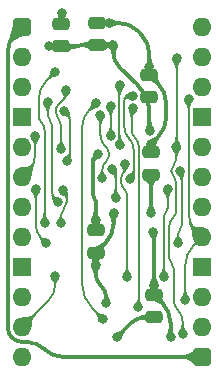
<source format=gbl>
%TF.GenerationSoftware,KiCad,Pcbnew,9.0.7*%
%TF.CreationDate,2026-02-20T09:43:29+02:00*%
%TF.ProjectId,HCP65 Hold Count,48435036-3520-4486-9f6c-6420436f756e,V2*%
%TF.SameCoordinates,Original*%
%TF.FileFunction,Copper,L2,Bot*%
%TF.FilePolarity,Positive*%
%FSLAX46Y46*%
G04 Gerber Fmt 4.6, Leading zero omitted, Abs format (unit mm)*
G04 Created by KiCad (PCBNEW 9.0.7) date 2026-02-20 09:43:29*
%MOMM*%
%LPD*%
G01*
G04 APERTURE LIST*
G04 Aperture macros list*
%AMRoundRect*
0 Rectangle with rounded corners*
0 $1 Rounding radius*
0 $2 $3 $4 $5 $6 $7 $8 $9 X,Y pos of 4 corners*
0 Add a 4 corners polygon primitive as box body*
4,1,4,$2,$3,$4,$5,$6,$7,$8,$9,$2,$3,0*
0 Add four circle primitives for the rounded corners*
1,1,$1+$1,$2,$3*
1,1,$1+$1,$4,$5*
1,1,$1+$1,$6,$7*
1,1,$1+$1,$8,$9*
0 Add four rect primitives between the rounded corners*
20,1,$1+$1,$2,$3,$4,$5,0*
20,1,$1+$1,$4,$5,$6,$7,0*
20,1,$1+$1,$6,$7,$8,$9,0*
20,1,$1+$1,$8,$9,$2,$3,0*%
G04 Aperture macros list end*
%TA.AperFunction,ComponentPad*%
%ADD10O,1.600000X1.600000*%
%TD*%
%TA.AperFunction,ComponentPad*%
%ADD11R,1.600000X1.600000*%
%TD*%
%TA.AperFunction,ComponentPad*%
%ADD12RoundRect,0.400000X-0.400000X-0.400000X0.400000X-0.400000X0.400000X0.400000X-0.400000X0.400000X0*%
%TD*%
%TA.AperFunction,SMDPad,CuDef*%
%ADD13RoundRect,0.250000X-0.475000X0.250000X-0.475000X-0.250000X0.475000X-0.250000X0.475000X0.250000X0*%
%TD*%
%TA.AperFunction,ViaPad*%
%ADD14C,0.800000*%
%TD*%
%TA.AperFunction,Conductor*%
%ADD15C,0.350000*%
%TD*%
%TA.AperFunction,Conductor*%
%ADD16C,0.380000*%
%TD*%
%TA.AperFunction,Conductor*%
%ADD17C,0.200000*%
%TD*%
G04 APERTURE END LIST*
D10*
%TO.P,J1,24*%
%TO.N,unconnected-(J1-Pad24)*%
X15240000Y0D03*
%TO.P,J1,23*%
%TO.N,unconnected-(J1-Pad23)*%
X15240000Y-2540000D03*
%TO.P,J1,22*%
%TO.N,unconnected-(J1-Pad22)*%
X15240000Y-5080000D03*
D11*
%TO.P,J1,21*%
%TO.N,GND*%
X15240000Y-7620000D03*
D10*
%TO.P,J1,20*%
%TO.N,Count3*%
X15240000Y-10160000D03*
%TO.P,J1,19*%
%TO.N,L=C*%
X15240000Y-12700000D03*
%TO.P,J1,18*%
%TO.N,~{L=C}*%
X15240000Y-15240000D03*
%TO.P,J1,17*%
%TO.N,Count0*%
X15240000Y-17780000D03*
D11*
%TO.P,J1,16*%
%TO.N,GND*%
X15240000Y-20320000D03*
D10*
%TO.P,J1,15*%
%TO.N,Count1*%
X15240000Y-22860000D03*
%TO.P,J1,14*%
%TO.N,Count2*%
X15240000Y-25400000D03*
D12*
%TO.P,J1,13*%
%TO.N,5V*%
X15240000Y-27940000D03*
D10*
%TO.P,J1,12*%
%TO.N,3.3V*%
X0Y-27940000D03*
%TO.P,J1,11*%
%TO.N,~{CLK High Pulse}*%
X0Y-25400000D03*
%TO.P,J1,10*%
%TO.N,CLK High Pulse*%
X0Y-22860000D03*
D11*
%TO.P,J1,9*%
%TO.N,GND*%
X0Y-20320000D03*
D10*
%TO.P,J1,8*%
%TO.N,Latch3*%
X0Y-17780000D03*
%TO.P,J1,7*%
%TO.N,Latch2*%
X0Y-15240000D03*
%TO.P,J1,6*%
%TO.N,Latch1*%
X0Y-12700000D03*
%TO.P,J1,5*%
%TO.N,Latch0*%
X0Y-10160000D03*
D11*
%TO.P,J1,4*%
%TO.N,GND*%
X0Y-7620000D03*
D10*
%TO.P,J1,3*%
%TO.N,unconnected-(J1-Pad3)*%
X0Y-5080000D03*
%TO.P,J1,2*%
%TO.N,unconnected-(J1-Pad2)*%
X0Y-2540000D03*
D12*
%TO.P,J1,1*%
%TO.N,5V*%
X0Y0D03*
%TD*%
D13*
%TO.P,C57,1*%
%TO.N,3.3V*%
X6223000Y-17227000D03*
%TO.P,C57,2*%
%TO.N,GND*%
X6223000Y-19127000D03*
%TD*%
%TO.P,C27,1*%
%TO.N,3.3V*%
X10778000Y-4049000D03*
%TO.P,C27,2*%
%TO.N,GND*%
X10778000Y-5949000D03*
%TD*%
%TO.P,C25,1*%
%TO.N,3.3V*%
X11176000Y-22688000D03*
%TO.P,C25,2*%
%TO.N,GND*%
X11176000Y-24588000D03*
%TD*%
%TO.P,C30,1*%
%TO.N,3.3V*%
X10905000Y-10638000D03*
%TO.P,C30,2*%
%TO.N,GND*%
X10905000Y-12538000D03*
%TD*%
%TO.P,C44,1*%
%TO.N,3.3V*%
X6365002Y365000D03*
%TO.P,C44,2*%
%TO.N,GND*%
X6365002Y-1535000D03*
%TD*%
%TO.P,C43,1*%
%TO.N,5V*%
X3317002Y238000D03*
%TO.P,C43,2*%
%TO.N,GND*%
X3317002Y-1662000D03*
%TD*%
D14*
%TO.N,3.3V*%
X10778000Y-3429000D03*
%TO.N,GND*%
X7732002Y-1524000D03*
%TO.N,3.3V*%
X6433502Y-10755506D03*
%TO.N,Count0*%
X14097000Y-6096000D03*
%TO.N,L=C*%
X13390988Y-12189377D03*
%TO.N,Count1*%
X9779000Y-23749000D03*
X9406099Y-6905025D03*
%TO.N,GND*%
X10795000Y-8795877D03*
%TO.N,Count3*%
X13081000Y-2667000D03*
%TO.N,GND*%
X7747000Y-15748000D03*
X7112000Y-23368000D03*
X6223000Y-20138002D03*
%TO.N,3.3V*%
X11110000Y-17338000D03*
%TO.N,L=C*%
X13208000Y-18288000D03*
%TO.N,3.3V*%
X12573000Y-26289000D03*
%TO.N,/~{Reset Counter}*%
X12319000Y-13716000D03*
X12001000Y-21145000D03*
%TO.N,~{CLK High Pulse}*%
X8703000Y-11582355D03*
X8890000Y-21145000D03*
X2794000Y-21082000D03*
%TO.N,Count2*%
X6254838Y-6477957D03*
%TO.N,Latch3*%
X2794000Y-3810000D03*
X1940888Y-16573001D03*
%TO.N,Latch2*%
X2159000Y-6350000D03*
X3036000Y-14829648D03*
%TO.N,3.3V*%
X10922000Y-9906000D03*
%TO.N,GND*%
X10922000Y-15748000D03*
%TO.N,/~{L_{3+2}=C_{3+2}}*%
X7921437Y-14475225D03*
X7620000Y-12065000D03*
%TO.N,/~{L2=C2}*%
X3590886Y-7124000D03*
X3806344Y-11330752D03*
%TO.N,/~{L3=C3}*%
X3692992Y-5352792D03*
X3290000Y-10364544D03*
%TO.N,/~{L_{1+0}=C_{1+0}}*%
X3302000Y-16637000D03*
X3424408Y-13854126D03*
%TO.N,/~{L_{3+2}=C_{3+2}}*%
X2032000Y-18288000D03*
X1155000Y-13716000D03*
%TO.N,3.3V*%
X6223000Y-16383000D03*
%TO.N,Count2*%
X6858000Y-24765000D03*
%TO.N,3.3V*%
X11176000Y-21844000D03*
%TO.N,GND*%
X8001000Y-26289000D03*
%TO.N,Count0*%
X13819000Y-23114000D03*
%TO.N,Count3*%
X13069000Y-10160000D03*
X13582603Y-26000542D03*
%TO.N,Latch1*%
X1104573Y-9220000D03*
X7514444Y-9220000D03*
X7498000Y-6686366D03*
%TO.N,/~{L1=C1}*%
X6639048Y-7455140D03*
X6794000Y-12815000D03*
%TO.N,/~{L0=C0}*%
X9129000Y-12853487D03*
X9367086Y-5855748D03*
%TO.N,Latch0*%
X8255000Y-4953000D03*
X8255000Y-9970000D03*
%TO.N,3.3V*%
X7351002Y315000D03*
%TO.N,GND*%
X2286000Y-1651000D03*
%TO.N,5V*%
X3414002Y1143000D03*
%TD*%
D15*
%TO.N,3.3V*%
X11176000Y-22266000D02*
G75*
G03*
X11474399Y-22986399I1018800J0D01*
G01*
X12192000Y-7737974D02*
G75*
G02*
X11557001Y-9271001I-2168040J4D01*
G01*
X5969000Y-14171394D02*
G75*
G03*
X6095998Y-14478002I433600J-6D01*
G01*
X11874500Y-23386500D02*
G75*
G02*
X12572988Y-25072828I-1686300J-1686300D01*
G01*
X11485000Y-4756000D02*
G75*
G02*
X12192000Y-6462848I-1706850J-1706850D01*
G01*
X10032002Y-573002D02*
G75*
G02*
X10777999Y-2374000I-1801002J-1800998D01*
G01*
X10913500Y-9914500D02*
G75*
G03*
X10905009Y-9935020I20500J-20500D01*
G01*
X11143000Y-17371000D02*
G75*
G02*
X11176013Y-17450669I-79700J-79700D01*
G01*
X6096000Y-14478000D02*
G75*
G02*
X6222998Y-14784605I-306600J-306600D01*
G01*
X6201251Y-10987757D02*
G75*
G03*
X5968956Y-11548460I560649J-560743D01*
G01*
X9777920Y-318920D02*
G75*
G03*
X8247501Y315001I-1530420J-1530420D01*
G01*
D16*
%TO.N,5V*%
X3365502Y1094500D02*
G75*
G03*
X3316997Y977410I117098J-117100D01*
G01*
D15*
X-1202000Y-25495609D02*
G75*
G03*
X-858029Y-26326029I1174401J4D01*
G01*
X-600999Y-600999D02*
G75*
G03*
X-1202003Y-2051942I1450949J-1450951D01*
G01*
X1905000Y-27305000D02*
G75*
G03*
X3438025Y-27940002I1533030J1533030D01*
G01*
X-858029Y-26326029D02*
G75*
G03*
X-27609Y-26670000I830424J830430D01*
G01*
X1900759Y-27300759D02*
G75*
G03*
X377971Y-26670000I-1522783J-1522779D01*
G01*
%TO.N,GND*%
X6580442Y-18769556D02*
G75*
G03*
X6223003Y-19632501I862958J-862944D01*
G01*
D16*
X2291500Y-1656500D02*
G75*
G03*
X2304778Y-1662009I13300J13300D01*
G01*
D15*
X10439000Y-24588000D02*
G75*
G03*
X9180857Y-25109132I0J-1779300D01*
G01*
X6752789Y-21992789D02*
G75*
G02*
X7112006Y-22860000I-867189J-867211D01*
G01*
D16*
X4874502Y-1598500D02*
G75*
G02*
X4721199Y-1662000I-153302J153300D01*
G01*
D15*
X7726502Y-1529500D02*
G75*
G02*
X7713223Y-1535010I-13302J13300D01*
G01*
X7732002Y-2213501D02*
G75*
G03*
X8219553Y-3390551I1664598J1D01*
G01*
X7747000Y-16675500D02*
G75*
G02*
X7091162Y-18258845I-2239200J0D01*
G01*
D16*
X5027804Y-1535000D02*
G75*
G03*
X4874500Y-1598498I-4J-216800D01*
G01*
D15*
X10778000Y-8766856D02*
G75*
G03*
X10786482Y-8787395I29000J-44D01*
G01*
X6223000Y-20834382D02*
G75*
G03*
X6667498Y-21907502I1517610J-8D01*
G01*
X9777487Y-4948487D02*
G75*
G02*
X10778002Y-7363938I-2415447J-2415453D01*
G01*
X7043002Y-1535000D02*
X5687002Y-1535000D01*
D17*
%TO.N,/~{L_{3+2}=C_{3+2}}*%
X7770718Y-12215719D02*
G75*
G02*
X7921432Y-12579587I-363918J-363881D01*
G01*
X1155000Y-16790867D02*
G75*
G03*
X1593499Y-17849501I1497130J-3D01*
G01*
%TO.N,/~{L_{1+0}=C_{1+0}}*%
X3786000Y-14798069D02*
G75*
G02*
X3544002Y-15382311I-826250J-1D01*
G01*
X3544000Y-15382309D02*
G75*
G03*
X3302003Y-15966548I584230J-584231D01*
G01*
X3605204Y-14034922D02*
G75*
G02*
X3785991Y-14471402I-436504J-436478D01*
G01*
%TO.N,/~{L0=C0}*%
X8762126Y-5969874D02*
G75*
G03*
X8647984Y-6245398I275474J-275526D01*
G01*
X9037650Y-5855748D02*
G75*
G03*
X8762100Y-5969848I-50J-389652D01*
G01*
X9050500Y-9450485D02*
G75*
G02*
X9453002Y-10422205I-971700J-971715D01*
G01*
X8648000Y-8478764D02*
G75*
G03*
X9050502Y-9450483I1374220J4D01*
G01*
X9453000Y-12300384D02*
G75*
G02*
X9291007Y-12691494I-553100J-16D01*
G01*
%TO.N,/~{L3=C3}*%
X3096765Y-6557459D02*
G75*
G03*
X2840887Y-7175207I617735J-617741D01*
G01*
X3692992Y-5657012D02*
G75*
G02*
X3477877Y-6176351I-734492J12D01*
G01*
X2840886Y-7219503D02*
G75*
G03*
X3065439Y-7761636I766714J3D01*
G01*
X3065443Y-7761632D02*
G75*
G02*
X3289998Y-8303760I-542133J-542128D01*
G01*
%TO.N,/~{L2=C2}*%
X4040000Y-10931876D02*
G75*
G02*
X3923170Y-11213922I-398880J6D01*
G01*
X3815443Y-7348557D02*
G75*
G02*
X4040006Y-7890685I-542143J-542143D01*
G01*
%TO.N,/~{L1=C1}*%
X7098498Y-11410158D02*
G75*
G03*
X6793980Y-12145284I735102J-735142D01*
G01*
X7402998Y-10794999D02*
G75*
G02*
X7183327Y-11325330I-749998J-1D01*
G01*
X6639048Y-9180193D02*
G75*
G03*
X7021018Y-10102368I1304152J-7D01*
G01*
X7183327Y-10264667D02*
G75*
G02*
X7403000Y-10794999I-530327J-530333D01*
G01*
%TO.N,L=C*%
X13512344Y-16802796D02*
G75*
G02*
X13360173Y-17170173I-519544J-4D01*
G01*
X13451666Y-12250055D02*
G75*
G02*
X13512319Y-12396544I-146466J-146445D01*
G01*
X13360172Y-17170172D02*
G75*
G03*
X13208020Y-17537547I367328J-367328D01*
G01*
%TO.N,Count3*%
X12636500Y-20002500D02*
G75*
G02*
X12826997Y-20462407I-459900J-459900D01*
G01*
X12827000Y-23087707D02*
G75*
G03*
X13204804Y-23999798I1289900J7D01*
G01*
X12757500Y-16198500D02*
G75*
G03*
X12446011Y-16950527I752000J-752000D01*
G01*
X13081000Y-10139514D02*
G75*
G02*
X13074996Y-10153996I-20500J14D01*
G01*
X12640988Y-12197387D02*
G75*
G03*
X12854978Y-12714060I730712J-13D01*
G01*
X12854994Y-12714044D02*
G75*
G02*
X13068989Y-13230700I-516694J-516656D01*
G01*
X12854994Y-11664710D02*
G75*
G03*
X12640949Y-12181366I516606J-516690D01*
G01*
X13204801Y-23999801D02*
G75*
G02*
X13582604Y-24911895I-912101J-912099D01*
G01*
X12446000Y-19542592D02*
G75*
G03*
X12636498Y-20002502I650400J-8D01*
G01*
X13069000Y-11148053D02*
G75*
G02*
X12854994Y-11664710I-730670J3D01*
G01*
X13069000Y-15446472D02*
G75*
G02*
X12757501Y-16198501I-1063540J2D01*
G01*
%TO.N,Count1*%
X9338549Y-6972574D02*
G75*
G03*
X9270958Y-7135653I163051J-163126D01*
G01*
X9879000Y-23578289D02*
G75*
G02*
X9829003Y-23699003I-170700J-11D01*
G01*
X9575000Y-9409299D02*
G75*
G02*
X9878992Y-10143219I-733900J-733901D01*
G01*
X9271000Y-8675378D02*
G75*
G03*
X9574993Y-9409306I1037900J-22D01*
G01*
%TO.N,Count2*%
X5667419Y-7065376D02*
G75*
G03*
X5080030Y-8483530I1418181J-1418124D01*
G01*
X5080000Y-21729764D02*
G75*
G03*
X5968998Y-23876002I3035230J-6D01*
G01*
%TO.N,Count0*%
X14668500Y-17208500D02*
G75*
G02*
X14668500Y-18351500I-571500J-571500D01*
G01*
X14529500Y-18490500D02*
G75*
G03*
X13818999Y-20205798I1715300J-1715300D01*
G01*
X14097000Y-15828776D02*
G75*
G03*
X14668497Y-17208503I1951230J-4D01*
G01*
%TO.N,Latch2*%
X2159000Y-7449706D02*
G75*
G03*
X2349505Y-7909609I650400J6D01*
G01*
X2540000Y-13982923D02*
G75*
G03*
X2788000Y-14581648I846730J3D01*
G01*
X2349500Y-7909614D02*
G75*
G02*
X2539987Y-8369521I-459900J-459886D01*
G01*
%TO.N,Latch3*%
X2095500Y-4508500D02*
G75*
G03*
X1396996Y-6194828I1686320J-1686330D01*
G01*
X1651000Y-8128000D02*
G75*
G02*
X1904996Y-8741210I-613200J-613200D01*
G01*
X1397000Y-7514789D02*
G75*
G03*
X1651000Y-8128000I867210J-1D01*
G01*
X1905000Y-16511736D02*
G75*
G03*
X1922955Y-16555046I61300J36D01*
G01*
%TO.N,Latch1*%
X1104573Y-10814375D02*
G75*
G02*
X552286Y-12147713I-1885629J2D01*
G01*
X7498000Y-7989372D02*
G75*
G03*
X7506202Y-8009242I28100J-28D01*
G01*
X7506222Y-8009222D02*
G75*
G02*
X7514472Y-8029071I-19822J-19878D01*
G01*
%TO.N,Latch0*%
X8251500Y-4956500D02*
G75*
G03*
X8248021Y-4964949I8400J-8400D01*
G01*
X8248000Y-9958050D02*
G75*
G03*
X8251485Y-9966515I11900J-50D01*
G01*
%TO.N,~{CLK High Pulse}*%
X8541000Y-12380826D02*
G75*
G03*
X8379019Y-12771928I391100J-391074D01*
G01*
X8703000Y-11989723D02*
G75*
G02*
X8540988Y-12380814I-553100J23D01*
G01*
X8379000Y-13097668D02*
G75*
G03*
X8634500Y-13714500I872330J-2D01*
G01*
X8634500Y-13714500D02*
G75*
G02*
X8889987Y-14331331I-616800J-616800D01*
G01*
X2794000Y-21844000D02*
G75*
G02*
X2255184Y-23144815I-1839630J0D01*
G01*
%TO.N,/~{Reset Counter}*%
X12319000Y-15332140D02*
G75*
G02*
X12159988Y-15715988I-542900J40D01*
G01*
X12160000Y-15716000D02*
G75*
G03*
X12000954Y-16099859I383800J-383900D01*
G01*
%TO.N,Count3*%
X13081000Y-10139514D02*
X13081000Y-2667000D01*
X13075000Y-10154000D02*
X13069000Y-10160000D01*
D15*
%TO.N,3.3V*%
X10778000Y-3739000D02*
X10778000Y-3429000D01*
X10778000Y-3429000D02*
X10778000Y-2374000D01*
X10032002Y-573002D02*
X9777920Y-318920D01*
X7351002Y315000D02*
X8247501Y314999D01*
%TO.N,GND*%
X7732002Y-2213501D02*
X7732002Y-1524000D01*
X8219552Y-3390552D02*
X9777487Y-4948487D01*
D17*
%TO.N,Count0*%
X14097000Y-6096000D02*
X14097000Y-15828776D01*
%TO.N,L=C*%
X13208000Y-18288000D02*
X13208000Y-17537547D01*
X13512344Y-16802796D02*
X13512344Y-12396544D01*
X13451666Y-12250055D02*
X13390988Y-12189377D01*
%TO.N,/~{Reset Counter}*%
X12319000Y-13716000D02*
X12319000Y-15332140D01*
X12001000Y-21145000D02*
X12001000Y-16099859D01*
%TO.N,Latch0*%
X8248000Y-4964949D02*
X8248000Y-9958050D01*
X8255000Y-4953000D02*
X8251500Y-4956500D01*
X8251500Y-9966500D02*
X8255000Y-9970000D01*
%TO.N,Count2*%
X5667419Y-7065376D02*
X6254838Y-6477957D01*
X5080000Y-8483530D02*
X5080000Y-21729764D01*
X5969000Y-23876000D02*
X6858000Y-24765000D01*
%TO.N,Latch1*%
X7514444Y-9220000D02*
X7514444Y-8029071D01*
X7498000Y-7989372D02*
X7498000Y-6686366D01*
%TO.N,/~{L1=C1}*%
X6639048Y-9180193D02*
X6639048Y-7455140D01*
X7021023Y-10102363D02*
X7183327Y-10264667D01*
X7098498Y-11410158D02*
X7183327Y-11325330D01*
X6794000Y-12145284D02*
X6794000Y-12815000D01*
%TO.N,/~{L0=C0}*%
X8648000Y-6245398D02*
X8648000Y-8478764D01*
X9367086Y-5855748D02*
X9037650Y-5855748D01*
X9129000Y-12853487D02*
X9291000Y-12691487D01*
X9453000Y-10422205D02*
X9453000Y-12300384D01*
%TO.N,Count1*%
X9338549Y-6972574D02*
X9406099Y-6905025D01*
X9271000Y-7135653D02*
X9271000Y-8675378D01*
X9879000Y-23578289D02*
X9879000Y-10143219D01*
X9779000Y-23749000D02*
X9829000Y-23699000D01*
%TO.N,Latch1*%
X1104573Y-10814375D02*
X1104573Y-9220000D01*
X552286Y-12147713D02*
X0Y-12700000D01*
D15*
%TO.N,5V*%
X-1202000Y-25495609D02*
X-1202000Y-2051942D01*
X-27609Y-26670000D02*
X377971Y-26670000D01*
X-600999Y-600999D02*
X0Y0D01*
X3438025Y-27940000D02*
X15240000Y-27940000D01*
X1905000Y-27305000D02*
X1900759Y-27300759D01*
D17*
%TO.N,/~{L_{3+2}=C_{3+2}}*%
X7921437Y-12579587D02*
X7921437Y-14475225D01*
X7770718Y-12215719D02*
X7620000Y-12065000D01*
%TO.N,~{CLK High Pulse}*%
X8703000Y-11989723D02*
X8703000Y-11582355D01*
X8379000Y-12771928D02*
X8379000Y-13097668D01*
X8890000Y-14331331D02*
X8890000Y-21145000D01*
%TO.N,Latch2*%
X2159000Y-7449706D02*
X2159000Y-6350000D01*
X2540000Y-13982923D02*
X2540000Y-8369521D01*
X3036000Y-14829648D02*
X2788000Y-14581648D01*
%TO.N,Latch3*%
X1397000Y-6194828D02*
X1397000Y-7514789D01*
X2095500Y-4508500D02*
X2794000Y-3810000D01*
X1905000Y-8741210D02*
X1905000Y-16511736D01*
X1940888Y-16573001D02*
X1922944Y-16555057D01*
%TO.N,/~{L3=C3}*%
X3692992Y-5352792D02*
X3692992Y-5657012D01*
X2840886Y-7175207D02*
X2840886Y-7219503D01*
X3096765Y-6557459D02*
X3477875Y-6176349D01*
X3290000Y-10364544D02*
X3290000Y-8303760D01*
%TO.N,/~{L2=C2}*%
X3923172Y-11213924D02*
X3806344Y-11330752D01*
X4040000Y-10931876D02*
X4040000Y-7890685D01*
X3590886Y-7124000D02*
X3815443Y-7348557D01*
%TO.N,/~{L_{3+2}=C_{3+2}}*%
X1593500Y-17849500D02*
X2032000Y-18288000D01*
X1155000Y-13716000D02*
X1155000Y-16790867D01*
D15*
%TO.N,3.3V*%
X5969000Y-14171394D02*
X5969000Y-11548460D01*
X6433502Y-10755506D02*
X6201251Y-10987757D01*
X6223000Y-14784605D02*
X6223000Y-16383000D01*
%TO.N,GND*%
X9180862Y-25109137D02*
X8001000Y-26289000D01*
X10439000Y-24588000D02*
X11176000Y-24588000D01*
X7726502Y-1529500D02*
X7732002Y-1524000D01*
X7713223Y-1535000D02*
X7043002Y-1535000D01*
%TO.N,3.3V*%
X6223000Y-16383000D02*
X6223000Y-17227000D01*
%TO.N,GND*%
X10786500Y-8787377D02*
X10795000Y-8795877D01*
X10778000Y-8766856D02*
X10778000Y-7363938D01*
D17*
%TO.N,Count3*%
X13069000Y-10160000D02*
X13069000Y-11148053D01*
X13069000Y-13230700D02*
X13069000Y-15446472D01*
X12446000Y-16950527D02*
X12446000Y-19542592D01*
X12827000Y-20462407D02*
X12827000Y-23087707D01*
X13582603Y-26000542D02*
X13582603Y-24911895D01*
X12640988Y-12197387D02*
X12640988Y-12181366D01*
D15*
%TO.N,3.3V*%
X12192000Y-7737974D02*
X12192000Y-6462848D01*
X11557000Y-9271000D02*
X10922000Y-9906000D01*
X10997203Y-4268203D02*
X11485000Y-4756000D01*
D17*
%TO.N,Count0*%
X13819000Y-23114000D02*
X13819000Y-20205798D01*
X14668500Y-18351500D02*
X14529500Y-18490500D01*
D15*
%TO.N,GND*%
X7747000Y-16675500D02*
X7747000Y-15748000D01*
X6580442Y-18769556D02*
X7091158Y-18258841D01*
X7112000Y-22860000D02*
X7112000Y-23368000D01*
X6752789Y-21992789D02*
X6667500Y-21907500D01*
X6223000Y-20138002D02*
X6223000Y-20834382D01*
X6223000Y-20138002D02*
X6223000Y-19632501D01*
%TO.N,3.3V*%
X11176000Y-21844000D02*
X11176000Y-17450669D01*
X11110000Y-17338000D02*
X11143000Y-17371000D01*
X12573000Y-26289000D02*
X12573000Y-25072828D01*
X11474399Y-22986399D02*
X11874500Y-23386500D01*
D17*
%TO.N,~{CLK High Pulse}*%
X2794000Y-21082000D02*
X2794000Y-21844000D01*
X2255184Y-23144815D02*
X0Y-25400000D01*
%TO.N,/~{L_{1+0}=C_{1+0}}*%
X3786000Y-14798069D02*
X3786000Y-14471402D01*
X3302000Y-15966548D02*
X3302000Y-16637000D01*
X3605204Y-14034922D02*
X3424408Y-13854126D01*
D15*
%TO.N,3.3V*%
X10922000Y-9906000D02*
X10913500Y-9914500D01*
X10905000Y-9935020D02*
X10905000Y-10638000D01*
%TO.N,GND*%
X10922000Y-15748000D02*
X10922000Y-12555000D01*
%TO.N,3.3V*%
X11176000Y-22266000D02*
X11176000Y-21844000D01*
D16*
%TO.N,GND*%
X5687002Y-1535000D02*
X5027804Y-1535000D01*
X3827003Y-1662000D02*
X4721199Y-1662000D01*
X2291500Y-1656500D02*
X2286000Y-1651000D01*
X2807001Y-1662000D02*
X2304778Y-1662000D01*
%TO.N,5V*%
X3317002Y977410D02*
X3317002Y238000D01*
X3365502Y1094500D02*
X3414002Y1143000D01*
%TD*%
%TA.AperFunction,Conductor*%
%TO.N,3.3V*%
G36*
X6428913Y-10753586D02*
G01*
X6436370Y-10758543D01*
X6436398Y-10758584D01*
X6648835Y-11077735D01*
X6650566Y-11086521D01*
X6645578Y-11093958D01*
X6644966Y-11094338D01*
X6586834Y-11128063D01*
X6585572Y-11128697D01*
X6521012Y-11156370D01*
X6519672Y-11156850D01*
X6401186Y-11191330D01*
X6400890Y-11191412D01*
X6345146Y-11206054D01*
X6345140Y-11206057D01*
X6260115Y-11242545D01*
X6236628Y-11261945D01*
X6228335Y-11268796D01*
X6228333Y-11268797D01*
X6228332Y-11268799D01*
X6200985Y-11304321D01*
X6200985Y-11304322D01*
X6176292Y-11356803D01*
X6160376Y-11415706D01*
X6154909Y-11422799D01*
X6146798Y-11424129D01*
X5826513Y-11360402D01*
X5819067Y-11355427D01*
X5817321Y-11346644D01*
X5817497Y-11345891D01*
X5828665Y-11304321D01*
X5869178Y-11153520D01*
X5869730Y-11151937D01*
X5927722Y-11017730D01*
X5980892Y-10896700D01*
X6011729Y-10802269D01*
X6038600Y-10688431D01*
X6043836Y-10681168D01*
X6052238Y-10679639D01*
X6428913Y-10753586D01*
G37*
%TD.AperFunction*%
%TD*%
%TA.AperFunction,Conductor*%
%TO.N,5V*%
G36*
X-783968Y273523D02*
G01*
X-4204Y2517D01*
X2480Y-3431D01*
X236556Y-489207D01*
X377683Y-782088D01*
X378187Y-791029D01*
X372222Y-797707D01*
X366465Y-798847D01*
X285128Y-794126D01*
X285125Y-794126D01*
X285124Y-794126D01*
X171100Y-798955D01*
X171098Y-798955D01*
X171089Y-798956D01*
X57197Y-814807D01*
X-58049Y-841670D01*
X-66642Y-843673D01*
X-187883Y-883164D01*
X-313695Y-935794D01*
X-430396Y-995757D01*
X-433454Y-997329D01*
X-547853Y-1067560D01*
X-547856Y-1067562D01*
X-627555Y-1125296D01*
X-652597Y-1143436D01*
X-780096Y-1260882D01*
X-813115Y-1291298D01*
X-819603Y-1297274D01*
X-827514Y-1307777D01*
X-919180Y-1429465D01*
X-926895Y-1434011D01*
X-933002Y-1433234D01*
X-1235879Y-1307777D01*
X-1242211Y-1301445D01*
X-1242211Y-1292491D01*
X-1241636Y-1291298D01*
X-1184262Y-1187747D01*
X-1184251Y-1187724D01*
X-1025528Y-841669D01*
X-1016081Y-814807D01*
X-901578Y-489204D01*
X-825404Y-178207D01*
X-794113Y77414D01*
X-799504Y262130D01*
X-796320Y270499D01*
X-788150Y274166D01*
X-783968Y273523D01*
G37*
%TD.AperFunction*%
%TD*%
%TA.AperFunction,Conductor*%
%TO.N,GND*%
G36*
X6231239Y-19134173D02*
G01*
X6705826Y-19604989D01*
X6709286Y-19613248D01*
X6705892Y-19621535D01*
X6698982Y-19624911D01*
X6668146Y-19628615D01*
X6618195Y-19646747D01*
X6618189Y-19646750D01*
X6574230Y-19674767D01*
X6574218Y-19674777D01*
X6527042Y-19721434D01*
X6527033Y-19721444D01*
X6488221Y-19777864D01*
X6488220Y-19777867D01*
X6448103Y-19863656D01*
X6448101Y-19863661D01*
X6420687Y-19953358D01*
X6420685Y-19953364D01*
X6403346Y-20048175D01*
X6403345Y-20048182D01*
X6398740Y-20116091D01*
X6394761Y-20124113D01*
X6387067Y-20126999D01*
X6059201Y-20126999D01*
X6050928Y-20123572D01*
X6047512Y-20115808D01*
X6045948Y-20079902D01*
X6016496Y-19919835D01*
X5963137Y-19787272D01*
X5895535Y-19695726D01*
X5816597Y-19641515D01*
X5816595Y-19641514D01*
X5791462Y-19633489D01*
X5772190Y-19627336D01*
X5772188Y-19627335D01*
X5772186Y-19627335D01*
X5747425Y-19624663D01*
X5739567Y-19620369D01*
X5737048Y-19611776D01*
X5740439Y-19604726D01*
X6214760Y-19134173D01*
X6223047Y-19130780D01*
X6231239Y-19134173D01*
G37*
%TD.AperFunction*%
%TD*%
%TA.AperFunction,Conductor*%
%TO.N,/~{L_{3+2}=C_{3+2}}*%
G36*
X8009287Y-11991050D02*
G01*
X8014244Y-11998508D01*
X8014302Y-11998828D01*
X8038192Y-12141363D01*
X8038313Y-12142335D01*
X8047851Y-12257995D01*
X8047875Y-12259564D01*
X8037988Y-12449771D01*
X8037949Y-12450299D01*
X8034803Y-12482575D01*
X8034800Y-12482620D01*
X8021974Y-12748720D01*
X8018153Y-12756819D01*
X8010288Y-12759857D01*
X7831664Y-12759857D01*
X7823391Y-12756430D01*
X7820069Y-12749722D01*
X7819934Y-12748720D01*
X7806243Y-12647285D01*
X7788036Y-12607781D01*
X7778202Y-12595398D01*
X7763455Y-12576827D01*
X7763453Y-12576826D01*
X7763452Y-12576824D01*
X7697248Y-12532622D01*
X7611816Y-12498830D01*
X7569261Y-12482620D01*
X7531777Y-12468341D01*
X7530473Y-12467750D01*
X7409219Y-12403640D01*
X7403507Y-12396744D01*
X7404345Y-12387828D01*
X7404942Y-12386824D01*
X7617299Y-12068054D01*
X7624737Y-12063070D01*
X7624758Y-12063065D01*
X8000511Y-11989281D01*
X8009287Y-11991050D01*
G37*
%TD.AperFunction*%
%TD*%
%TA.AperFunction,Conductor*%
%TO.N,/~{L_{1+0}=C_{1+0}}*%
G36*
X3813724Y-13780171D02*
G01*
X3818681Y-13787629D01*
X3818734Y-13787921D01*
X3877408Y-14132945D01*
X3877570Y-14134610D01*
X3886025Y-14467594D01*
X3886029Y-14467896D01*
X3886006Y-14518098D01*
X3882575Y-14526370D01*
X3874306Y-14529793D01*
X3696928Y-14529793D01*
X3688655Y-14526366D01*
X3685255Y-14518891D01*
X3685201Y-14518098D01*
X3681733Y-14467337D01*
X3669370Y-14418170D01*
X3649571Y-14380270D01*
X3649569Y-14380268D01*
X3649568Y-14380266D01*
X3622998Y-14351619D01*
X3622996Y-14351617D01*
X3552163Y-14313986D01*
X3552153Y-14313982D01*
X3462141Y-14289113D01*
X3461999Y-14289073D01*
X3327212Y-14249995D01*
X3325171Y-14249189D01*
X3213916Y-14192675D01*
X3208092Y-14185873D01*
X3208784Y-14176945D01*
X3209468Y-14175772D01*
X3421707Y-13857180D01*
X3429145Y-13852196D01*
X3429166Y-13852191D01*
X3804946Y-13778402D01*
X3813724Y-13780171D01*
G37*
%TD.AperFunction*%
%TD*%
%TA.AperFunction,Conductor*%
%TO.N,/~{L0=C0}*%
G36*
X9151001Y-5532317D02*
G01*
X9326726Y-5794241D01*
X9364636Y-5850746D01*
X9366399Y-5859525D01*
X9366395Y-5859548D01*
X9291569Y-6235408D01*
X9286593Y-6242853D01*
X9277810Y-6244599D01*
X9276702Y-6244321D01*
X9214590Y-6225504D01*
X9212884Y-6224838D01*
X9143648Y-6191320D01*
X9142360Y-6190593D01*
X9016388Y-6108535D01*
X9016371Y-6108524D01*
X8956712Y-6069518D01*
X8921344Y-6046394D01*
X8921343Y-6046393D01*
X8921342Y-6046393D01*
X8903003Y-6040085D01*
X8858889Y-6024910D01*
X8858886Y-6024910D01*
X8834874Y-6027691D01*
X8813487Y-6040081D01*
X8813483Y-6040085D01*
X8790649Y-6070925D01*
X8790648Y-6070927D01*
X8775803Y-6111260D01*
X8769729Y-6117841D01*
X8761795Y-6118520D01*
X8591170Y-6072797D01*
X8584065Y-6067346D01*
X8582897Y-6058468D01*
X8583168Y-6057594D01*
X8638331Y-5902327D01*
X8639191Y-5900454D01*
X8672443Y-5842122D01*
X8673418Y-5840674D01*
X8710093Y-5794239D01*
X8711900Y-5792409D01*
X8800321Y-5720675D01*
X8801990Y-5719545D01*
X8914748Y-5656757D01*
X8914938Y-5656655D01*
X8916326Y-5655925D01*
X8942846Y-5641986D01*
X9135355Y-5528749D01*
X9144221Y-5527509D01*
X9151001Y-5532317D01*
G37*
%TD.AperFunction*%
%TD*%
%TA.AperFunction,Conductor*%
%TO.N,/~{L0=C0}*%
G36*
X9549901Y-12169218D02*
G01*
X9553322Y-12177158D01*
X9560721Y-12437742D01*
X9561147Y-12457314D01*
X9564572Y-12614609D01*
X9564529Y-12615895D01*
X9552906Y-12747275D01*
X9552783Y-12748224D01*
X9523341Y-12919713D01*
X9518564Y-12927287D01*
X9509830Y-12929264D01*
X9509556Y-12929214D01*
X9133781Y-12855425D01*
X9126323Y-12850468D01*
X9126298Y-12850431D01*
X8913960Y-12531689D01*
X8912225Y-12522904D01*
X8917210Y-12515465D01*
X8918233Y-12514855D01*
X9027372Y-12457311D01*
X9028953Y-12456623D01*
X9138440Y-12418442D01*
X9212908Y-12393215D01*
X9288299Y-12350857D01*
X9314263Y-12322661D01*
X9334031Y-12286323D01*
X9348129Y-12233664D01*
X9352220Y-12176653D01*
X9356230Y-12168647D01*
X9363890Y-12165791D01*
X9541628Y-12165791D01*
X9549901Y-12169218D01*
G37*
%TD.AperFunction*%
%TD*%
%TA.AperFunction,Conductor*%
%TO.N,/~{L3=C3}*%
G36*
X3697550Y-5354650D02*
G01*
X3697593Y-5354679D01*
X4015773Y-5568432D01*
X4020730Y-5575890D01*
X4018961Y-5584668D01*
X4018897Y-5584762D01*
X3822636Y-5870884D01*
X3626188Y-6157282D01*
X3618683Y-6162166D01*
X3610040Y-6160392D01*
X3461863Y-6061385D01*
X3456888Y-6053940D01*
X3457855Y-6046513D01*
X3505949Y-5948272D01*
X3513519Y-5902900D01*
X3510852Y-5861373D01*
X3510851Y-5861370D01*
X3510851Y-5861369D01*
X3481553Y-5784703D01*
X3481552Y-5784700D01*
X3431545Y-5707966D01*
X3431540Y-5707958D01*
X3417547Y-5687794D01*
X3417106Y-5687105D01*
X3345125Y-5565547D01*
X3344074Y-5563230D01*
X3304782Y-5443349D01*
X3305462Y-5434420D01*
X3312256Y-5428587D01*
X3313588Y-5428236D01*
X3688767Y-5352920D01*
X3697550Y-5354650D01*
G37*
%TD.AperFunction*%
%TD*%
%TA.AperFunction,Conductor*%
%TO.N,/~{L2=C2}*%
G36*
X4136564Y-10606932D02*
G01*
X4139991Y-10615205D01*
X4139991Y-10615214D01*
X4139951Y-10668699D01*
X4147049Y-10947960D01*
X4147049Y-10947970D01*
X4147050Y-10947975D01*
X4174239Y-11108524D01*
X4196764Y-11241532D01*
X4194766Y-11250262D01*
X4187539Y-11254956D01*
X3811125Y-11330788D01*
X3802338Y-11329062D01*
X3802294Y-11329033D01*
X3484383Y-11115657D01*
X3479423Y-11108201D01*
X3481188Y-11099422D01*
X3481805Y-11098587D01*
X3536905Y-11030565D01*
X3538402Y-11029030D01*
X3603717Y-10973421D01*
X3605560Y-10972137D01*
X3737224Y-10898110D01*
X3737621Y-10897899D01*
X3800052Y-10866226D01*
X3875102Y-10810434D01*
X3901279Y-10776066D01*
X3921355Y-10733247D01*
X3935169Y-10675636D01*
X3939216Y-10615214D01*
X3939269Y-10614423D01*
X3943241Y-10606397D01*
X3950943Y-10603505D01*
X4128291Y-10603505D01*
X4136564Y-10606932D01*
G37*
%TD.AperFunction*%
%TD*%
%TA.AperFunction,Conductor*%
%TO.N,/~{L2=C2}*%
G36*
X3980590Y-7049968D02*
G01*
X3985528Y-7057333D01*
X4054859Y-7395865D01*
X4088136Y-7558344D01*
X4124115Y-7734015D01*
X4122418Y-7742808D01*
X4115001Y-7747825D01*
X4114936Y-7747838D01*
X3940325Y-7782573D01*
X3931542Y-7780826D01*
X3926986Y-7774925D01*
X3891179Y-7671470D01*
X3891178Y-7671467D01*
X3864083Y-7634358D01*
X3864081Y-7634356D01*
X3864080Y-7634355D01*
X3832381Y-7607379D01*
X3832380Y-7607378D01*
X3756381Y-7575328D01*
X3756379Y-7575327D01*
X3665658Y-7558344D01*
X3629862Y-7552647D01*
X3628910Y-7552454D01*
X3493939Y-7519302D01*
X3491471Y-7518391D01*
X3380458Y-7462526D01*
X3374608Y-7455746D01*
X3375266Y-7446816D01*
X3375977Y-7445592D01*
X3409077Y-7395865D01*
X3587990Y-7127076D01*
X3595425Y-7122090D01*
X3971813Y-7048199D01*
X3980590Y-7049968D01*
G37*
%TD.AperFunction*%
%TD*%
%TA.AperFunction,Conductor*%
%TO.N,Count0*%
G36*
X14348719Y-16556287D02*
G01*
X14405568Y-16672018D01*
X14405573Y-16672026D01*
X14430988Y-16707952D01*
X14472526Y-16766671D01*
X14544686Y-16834817D01*
X14621988Y-16880887D01*
X14704372Y-16909309D01*
X14791773Y-16924512D01*
X14791774Y-16924512D01*
X14791782Y-16924513D01*
X14901181Y-16929392D01*
X14981386Y-16932971D01*
X15136091Y-16937553D01*
X15137252Y-16937646D01*
X15329286Y-16962833D01*
X15331283Y-16963277D01*
X15445894Y-16999498D01*
X15507553Y-17018985D01*
X15509611Y-17019860D01*
X15673199Y-17108710D01*
X15678834Y-17115670D01*
X15677896Y-17124575D01*
X15677350Y-17125481D01*
X15243079Y-17776877D01*
X15235638Y-17781860D01*
X15235612Y-17781865D01*
X14467109Y-17933751D01*
X14458329Y-17931993D01*
X14453363Y-17924541D01*
X14453325Y-17924338D01*
X14404361Y-17643629D01*
X14404300Y-17643232D01*
X14375676Y-17425928D01*
X14354563Y-17265006D01*
X14299600Y-17011446D01*
X14243464Y-16839327D01*
X14163267Y-16633645D01*
X14163455Y-16624695D01*
X14169689Y-16618589D01*
X14333744Y-16550637D01*
X14342695Y-16550637D01*
X14348719Y-16556287D01*
G37*
%TD.AperFunction*%
%TD*%
%TA.AperFunction,Conductor*%
%TO.N,Latch2*%
G36*
X2664842Y-14185835D02*
G01*
X2669639Y-14192520D01*
X2684113Y-14246258D01*
X2706983Y-14295597D01*
X2706985Y-14295600D01*
X2706986Y-14295601D01*
X2735043Y-14332151D01*
X2735045Y-14332153D01*
X2767934Y-14358103D01*
X2767936Y-14358104D01*
X2784620Y-14364206D01*
X2846762Y-14386935D01*
X2940583Y-14399551D01*
X3002765Y-14406600D01*
X3003990Y-14406807D01*
X3135527Y-14436431D01*
X3138157Y-14437365D01*
X3246341Y-14491150D01*
X3252223Y-14497902D01*
X3251609Y-14506836D01*
X3250872Y-14508110D01*
X3038896Y-14826569D01*
X3031459Y-14831557D01*
X3031410Y-14831567D01*
X2654837Y-14905494D01*
X2646059Y-14903725D01*
X2641173Y-14896600D01*
X2597221Y-14702724D01*
X2597220Y-14702723D01*
X2597218Y-14702711D01*
X2557161Y-14564328D01*
X2546528Y-14529459D01*
X2546487Y-14529318D01*
X2511365Y-14403676D01*
X2511226Y-14403120D01*
X2473240Y-14232653D01*
X2474786Y-14223834D01*
X2482115Y-14218690D01*
X2482307Y-14218649D01*
X2656059Y-14184088D01*
X2664842Y-14185835D01*
G37*
%TD.AperFunction*%
%TD*%
%TA.AperFunction,Conductor*%
%TO.N,Latch1*%
G36*
X902244Y-11440826D02*
G01*
X1066185Y-11508733D01*
X1072517Y-11515065D01*
X1072642Y-11523707D01*
X1068647Y-11534196D01*
X976116Y-11777117D01*
X976114Y-11777124D01*
X930947Y-11932186D01*
X917246Y-11979221D01*
X885096Y-12150025D01*
X864678Y-12320159D01*
X864674Y-12320196D01*
X849333Y-12455299D01*
X849258Y-12455844D01*
X786559Y-12844109D01*
X781857Y-12851730D01*
X773144Y-12853794D01*
X772741Y-12853722D01*
X4387Y-12701865D01*
X-3065Y-12696899D01*
X-164134Y-12455299D01*
X-437654Y-12045025D01*
X-439392Y-12036241D01*
X-434409Y-12028800D01*
X-433947Y-12028507D01*
X-385998Y-11999684D01*
X-347967Y-11976822D01*
X-346959Y-11976282D01*
X-254055Y-11932186D01*
X-252536Y-11931591D01*
X-74316Y-11875814D01*
X-72545Y-11875408D01*
X94593Y-11850614D01*
X95596Y-11850510D01*
X252269Y-11841419D01*
X395165Y-11830104D01*
X459327Y-11825025D01*
X459328Y-11825024D01*
X459338Y-11825024D01*
X590153Y-11789140D01*
X698750Y-11723652D01*
X749438Y-11675188D01*
X797663Y-11614254D01*
X846183Y-11534190D01*
X887171Y-11446672D01*
X893784Y-11440634D01*
X902244Y-11440826D01*
G37*
%TD.AperFunction*%
%TD*%
%TA.AperFunction,Conductor*%
%TO.N,Count3*%
G36*
X13461070Y-2742569D02*
G01*
X13468503Y-2747563D01*
X13470229Y-2756350D01*
X13470053Y-2757093D01*
X13442442Y-2859213D01*
X13441857Y-2860871D01*
X13403550Y-2947930D01*
X13402515Y-2949799D01*
X13314162Y-3079679D01*
X13314052Y-3079837D01*
X13245335Y-3177353D01*
X13199068Y-3291937D01*
X13185758Y-3367332D01*
X13185757Y-3367341D01*
X13181574Y-3448218D01*
X13177725Y-3456303D01*
X13169890Y-3459314D01*
X12991785Y-3459314D01*
X12983512Y-3455887D01*
X12980124Y-3448565D01*
X12973502Y-3367332D01*
X12970042Y-3324880D01*
X12940688Y-3225287D01*
X12940686Y-3225283D01*
X12898213Y-3147821D01*
X12847886Y-3079752D01*
X12839276Y-3068383D01*
X12809724Y-3029359D01*
X12808950Y-3028197D01*
X12762195Y-2947930D01*
X12739140Y-2908350D01*
X12738295Y-2906568D01*
X12711407Y-2834822D01*
X12711018Y-2833578D01*
X12691688Y-2756939D01*
X12692988Y-2748083D01*
X12700171Y-2742736D01*
X12700713Y-2742612D01*
X13078692Y-2666465D01*
X13083308Y-2666465D01*
X13461070Y-2742569D01*
G37*
%TD.AperFunction*%
%TD*%
%TA.AperFunction,Conductor*%
%TO.N,Count3*%
G36*
X13178449Y-9371113D02*
G01*
X13181841Y-9378477D01*
X13191469Y-9502046D01*
X13219538Y-9601848D01*
X13260195Y-9679777D01*
X13260196Y-9679778D01*
X13260199Y-9679783D01*
X13286931Y-9717876D01*
X13308423Y-9748502D01*
X13339675Y-9791703D01*
X13340359Y-9792765D01*
X13410354Y-9915509D01*
X13411160Y-9917238D01*
X13431411Y-9971893D01*
X13438242Y-9990327D01*
X13438619Y-9991544D01*
X13458328Y-10070068D01*
X13457018Y-10078926D01*
X13449828Y-10084264D01*
X13449291Y-10084386D01*
X13073781Y-10160036D01*
X13064994Y-10158310D01*
X13064950Y-10158281D01*
X12746432Y-9944497D01*
X12741472Y-9937041D01*
X12743237Y-9928262D01*
X12743397Y-9928030D01*
X12822283Y-9818026D01*
X12840888Y-9792084D01*
X12871781Y-9748502D01*
X12911715Y-9692168D01*
X12960221Y-9580830D01*
X12975903Y-9489652D01*
X12980531Y-9378895D01*
X12984300Y-9370775D01*
X12992221Y-9367686D01*
X13170176Y-9367686D01*
X13178449Y-9371113D01*
G37*
%TD.AperFunction*%
%TD*%
%TA.AperFunction,Conductor*%
%TO.N,3.3V*%
G36*
X10950073Y-3052427D02*
G01*
X10953489Y-3060189D01*
X10955055Y-3096046D01*
X10984519Y-3256136D01*
X11037885Y-3388717D01*
X11105489Y-3480272D01*
X11105490Y-3480273D01*
X11184415Y-3534483D01*
X11184419Y-3534485D01*
X11228819Y-3548663D01*
X11253574Y-3551335D01*
X11261432Y-3555629D01*
X11263951Y-3564222D01*
X11260559Y-3571273D01*
X10786240Y-4041825D01*
X10777953Y-4045219D01*
X10769760Y-4041825D01*
X10295171Y-3571006D01*
X10291711Y-3562747D01*
X10295105Y-3554460D01*
X10302013Y-3551084D01*
X10332935Y-3547367D01*
X10382887Y-3529220D01*
X10426856Y-3501182D01*
X10474036Y-3454505D01*
X10512845Y-3398068D01*
X10552950Y-3312271D01*
X10580350Y-3222575D01*
X10597669Y-3127793D01*
X10602262Y-3059910D01*
X10606239Y-3051887D01*
X10613935Y-3049000D01*
X10941800Y-3049000D01*
X10950073Y-3052427D01*
G37*
%TD.AperFunction*%
%TD*%
%TA.AperFunction,Conductor*%
%TO.N,3.3V*%
G36*
X10950235Y-2640113D02*
G01*
X10953642Y-2647705D01*
X10960896Y-2772165D01*
X10982217Y-2873809D01*
X11013408Y-2954607D01*
X11050841Y-3027404D01*
X11050973Y-3027668D01*
X11115743Y-3161838D01*
X11116271Y-3163121D01*
X11144664Y-3245736D01*
X11144967Y-3246773D01*
X11167435Y-3339132D01*
X11166061Y-3347981D01*
X11158833Y-3353266D01*
X11158378Y-3353368D01*
X10780311Y-3429534D01*
X10775689Y-3429534D01*
X10397638Y-3353371D01*
X10390205Y-3348377D01*
X10388479Y-3339590D01*
X10388579Y-3339141D01*
X10411914Y-3243786D01*
X10412231Y-3242718D01*
X10441666Y-3158278D01*
X10442175Y-3157052D01*
X10505084Y-3027549D01*
X10505108Y-3027500D01*
X10540163Y-2959750D01*
X10585142Y-2829918D01*
X10598268Y-2744155D01*
X10602507Y-2647869D01*
X10606295Y-2639757D01*
X10614196Y-2636686D01*
X10941962Y-2636686D01*
X10950235Y-2640113D01*
G37*
%TD.AperFunction*%
%TD*%
%TA.AperFunction,Conductor*%
%TO.N,3.3V*%
G36*
X7440881Y704415D02*
G01*
X7536213Y681085D01*
X7537283Y680768D01*
X7621704Y651340D01*
X7622965Y650816D01*
X7752322Y587979D01*
X7752587Y587846D01*
X7820251Y552836D01*
X7820253Y552835D01*
X7820258Y552833D01*
X7950080Y507858D01*
X7950091Y507855D01*
X8035842Y494731D01*
X8132130Y490491D01*
X8140244Y486703D01*
X8143315Y478802D01*
X8143315Y151037D01*
X8139888Y142764D01*
X8132297Y139357D01*
X8007833Y132103D01*
X7934371Y116693D01*
X7906191Y110782D01*
X7906190Y110781D01*
X7906187Y110781D01*
X7825390Y79590D01*
X7783804Y58206D01*
X7752564Y42142D01*
X7752300Y42011D01*
X7618170Y-22740D01*
X7616887Y-23269D01*
X7534265Y-51664D01*
X7533228Y-51967D01*
X7440869Y-74435D01*
X7432020Y-73061D01*
X7426735Y-65833D01*
X7426633Y-65378D01*
X7350468Y312691D01*
X7350468Y317308D01*
X7426630Y695361D01*
X7431624Y702794D01*
X7440411Y704520D01*
X7440881Y704415D01*
G37*
%TD.AperFunction*%
%TD*%
%TA.AperFunction,Conductor*%
%TO.N,GND*%
G36*
X8112198Y-1599594D02*
G01*
X8119630Y-1604588D01*
X8121356Y-1613375D01*
X8121211Y-1614002D01*
X8099913Y-1696111D01*
X8099453Y-1697514D01*
X8070366Y-1770314D01*
X8069575Y-1771924D01*
X8004362Y-1882317D01*
X8004174Y-1882623D01*
X7965520Y-1943699D01*
X7922211Y-2050745D01*
X7910252Y-2121805D01*
X7910251Y-2121810D01*
X7907386Y-2199544D01*
X7903657Y-2207685D01*
X7895886Y-2210811D01*
X7567969Y-2216193D01*
X7559641Y-2212903D01*
X7556117Y-2205467D01*
X7547423Y-2101141D01*
X7525310Y-2014987D01*
X7494163Y-1947126D01*
X7457571Y-1886965D01*
X7457349Y-1886585D01*
X7389197Y-1764114D01*
X7388458Y-1762508D01*
X7362437Y-1692396D01*
X7362060Y-1691179D01*
X7342673Y-1613931D01*
X7343983Y-1605073D01*
X7351173Y-1599735D01*
X7351672Y-1599621D01*
X7729678Y-1523466D01*
X7734294Y-1523466D01*
X8112198Y-1599594D01*
G37*
%TD.AperFunction*%
%TD*%
%TA.AperFunction,Conductor*%
%TO.N,Count0*%
G36*
X14477070Y-6171569D02*
G01*
X14484503Y-6176563D01*
X14486229Y-6185350D01*
X14486053Y-6186093D01*
X14458442Y-6288213D01*
X14457857Y-6289871D01*
X14419550Y-6376930D01*
X14418515Y-6378799D01*
X14330162Y-6508679D01*
X14330052Y-6508837D01*
X14261335Y-6606353D01*
X14215068Y-6720937D01*
X14201758Y-6796332D01*
X14201757Y-6796341D01*
X14197574Y-6877218D01*
X14193725Y-6885303D01*
X14185890Y-6888314D01*
X14007785Y-6888314D01*
X13999512Y-6884887D01*
X13996124Y-6877565D01*
X13989502Y-6796332D01*
X13986042Y-6753880D01*
X13956688Y-6654287D01*
X13956686Y-6654283D01*
X13914213Y-6576821D01*
X13863886Y-6508752D01*
X13855276Y-6497383D01*
X13825724Y-6458359D01*
X13824950Y-6457197D01*
X13778195Y-6376930D01*
X13755140Y-6337350D01*
X13754295Y-6335568D01*
X13727407Y-6263822D01*
X13727018Y-6262578D01*
X13707688Y-6185939D01*
X13708988Y-6177083D01*
X13716171Y-6171736D01*
X13716713Y-6171612D01*
X14094692Y-6095465D01*
X14099308Y-6095465D01*
X14477070Y-6171569D01*
G37*
%TD.AperFunction*%
%TD*%
%TA.AperFunction,Conductor*%
%TO.N,L=C*%
G36*
X13296979Y-17539597D02*
G01*
X13305170Y-17543214D01*
X13308399Y-17550840D01*
X13313166Y-17673677D01*
X13335990Y-17768128D01*
X13376213Y-17843526D01*
X13376214Y-17843528D01*
X13433555Y-17920141D01*
X13433616Y-17920223D01*
X13533356Y-18055932D01*
X13535494Y-18064628D01*
X13530857Y-18072289D01*
X13530448Y-18072576D01*
X13214497Y-18284623D01*
X13205718Y-18286388D01*
X13201456Y-18284622D01*
X12885429Y-18072495D01*
X12880470Y-18065039D01*
X12882236Y-18056260D01*
X12882412Y-18056006D01*
X12973593Y-17928805D01*
X12973619Y-17928789D01*
X12973610Y-17928782D01*
X12979839Y-17920141D01*
X13031255Y-17848820D01*
X13082428Y-17741802D01*
X13100178Y-17654256D01*
X13107289Y-17546427D01*
X13111253Y-17538398D01*
X13119233Y-17535501D01*
X13296979Y-17539597D01*
G37*
%TD.AperFunction*%
%TD*%
%TA.AperFunction,Conductor*%
%TO.N,L=C*%
G36*
X13395748Y-12189336D02*
G01*
X13771172Y-12264969D01*
X13778605Y-12269963D01*
X13780331Y-12278750D01*
X13780183Y-12279388D01*
X13736851Y-12445780D01*
X13736451Y-12447025D01*
X13689211Y-12570049D01*
X13689107Y-12570312D01*
X13674269Y-12606328D01*
X13674266Y-12606335D01*
X13630107Y-12748640D01*
X13630105Y-12748649D01*
X13617063Y-12842463D01*
X13617063Y-12842467D01*
X13612782Y-12952502D01*
X13609036Y-12960636D01*
X13601091Y-12963747D01*
X13423005Y-12963747D01*
X13414732Y-12960320D01*
X13411355Y-12953132D01*
X13411296Y-12952502D01*
X13400326Y-12834693D01*
X13366750Y-12744951D01*
X13356467Y-12731649D01*
X13315339Y-12678449D01*
X13315338Y-12678448D01*
X13249799Y-12619103D01*
X13249781Y-12619087D01*
X13235755Y-12606335D01*
X13164876Y-12541892D01*
X13163685Y-12540635D01*
X13066521Y-12421557D01*
X13063946Y-12412980D01*
X13068189Y-12405095D01*
X13069049Y-12404457D01*
X13386938Y-12191094D01*
X13395717Y-12189330D01*
X13395748Y-12189336D01*
G37*
%TD.AperFunction*%
%TD*%
%TA.AperFunction,Conductor*%
%TO.N,/~{Reset Counter}*%
G36*
X12699070Y-13791569D02*
G01*
X12706503Y-13796563D01*
X12708229Y-13805350D01*
X12708053Y-13806093D01*
X12680442Y-13908213D01*
X12679857Y-13909871D01*
X12641550Y-13996930D01*
X12640515Y-13998799D01*
X12552162Y-14128679D01*
X12552052Y-14128837D01*
X12483335Y-14226353D01*
X12437068Y-14340937D01*
X12423758Y-14416332D01*
X12423757Y-14416341D01*
X12419574Y-14497218D01*
X12415725Y-14505303D01*
X12407890Y-14508314D01*
X12229785Y-14508314D01*
X12221512Y-14504887D01*
X12218124Y-14497565D01*
X12211502Y-14416332D01*
X12208042Y-14373880D01*
X12178688Y-14274287D01*
X12178686Y-14274283D01*
X12136213Y-14196821D01*
X12085886Y-14128752D01*
X12077276Y-14117383D01*
X12047724Y-14078359D01*
X12046950Y-14077197D01*
X12000195Y-13996930D01*
X11977140Y-13957350D01*
X11976295Y-13955568D01*
X11949407Y-13883822D01*
X11949018Y-13882578D01*
X11929688Y-13805939D01*
X11930988Y-13797083D01*
X11938171Y-13791736D01*
X11938713Y-13791612D01*
X12316692Y-13715465D01*
X12321308Y-13715465D01*
X12699070Y-13791569D01*
G37*
%TD.AperFunction*%
%TD*%
%TA.AperFunction,Conductor*%
%TO.N,/~{Reset Counter}*%
G36*
X12098488Y-20356113D02*
G01*
X12101876Y-20363435D01*
X12111958Y-20487120D01*
X12141312Y-20586714D01*
X12141313Y-20586716D01*
X12183785Y-20664178D01*
X12234113Y-20732247D01*
X12234168Y-20732319D01*
X12272272Y-20782635D01*
X12273049Y-20783801D01*
X12342858Y-20903647D01*
X12343704Y-20905430D01*
X12370592Y-20977177D01*
X12370981Y-20978421D01*
X12390311Y-21055056D01*
X12389011Y-21063916D01*
X12381828Y-21069263D01*
X12381277Y-21069388D01*
X12003311Y-21145534D01*
X11998689Y-21145534D01*
X11620929Y-21069430D01*
X11613496Y-21064436D01*
X11611770Y-21055649D01*
X11611946Y-21054906D01*
X11632797Y-20977789D01*
X11639559Y-20952778D01*
X11640139Y-20951135D01*
X11678451Y-20864062D01*
X11679480Y-20862203D01*
X11767887Y-20732247D01*
X11767917Y-20732203D01*
X11836665Y-20634644D01*
X11882932Y-20520062D01*
X11896241Y-20444673D01*
X11900426Y-20363782D01*
X11904275Y-20355697D01*
X11912110Y-20352686D01*
X12090215Y-20352686D01*
X12098488Y-20356113D01*
G37*
%TD.AperFunction*%
%TD*%
%TA.AperFunction,Conductor*%
%TO.N,Latch0*%
G36*
X8345179Y-9181113D02*
G01*
X8348589Y-9188765D01*
X8355977Y-9327671D01*
X8355979Y-9327684D01*
X8380980Y-9432949D01*
X8380980Y-9432950D01*
X8424602Y-9518235D01*
X8424605Y-9518239D01*
X8424607Y-9518242D01*
X8488460Y-9608294D01*
X8545136Y-9688040D01*
X8580626Y-9737976D01*
X8582625Y-9746705D01*
X8577867Y-9754291D01*
X8577609Y-9754469D01*
X8259049Y-9968281D01*
X8250270Y-9970046D01*
X8250218Y-9970036D01*
X7874902Y-9894425D01*
X7867469Y-9889431D01*
X7865743Y-9880644D01*
X7865906Y-9879947D01*
X7893141Y-9778341D01*
X7893692Y-9776757D01*
X7931187Y-9689851D01*
X7932168Y-9688040D01*
X8018141Y-9558060D01*
X8018227Y-9557930D01*
X8083787Y-9462533D01*
X8129951Y-9346854D01*
X8143244Y-9270730D01*
X8147432Y-9188787D01*
X8151277Y-9180701D01*
X8159117Y-9177686D01*
X8336906Y-9177686D01*
X8345179Y-9181113D01*
G37*
%TD.AperFunction*%
%TD*%
%TA.AperFunction,Conductor*%
%TO.N,Latch0*%
G36*
X8259005Y-4954689D02*
G01*
X8259049Y-4954718D01*
X8577609Y-5168530D01*
X8582569Y-5175986D01*
X8580804Y-5184765D01*
X8580626Y-5185023D01*
X8529110Y-5257508D01*
X8488460Y-5314705D01*
X8485624Y-5318754D01*
X8418061Y-5415201D01*
X8369115Y-5527317D01*
X8353138Y-5620260D01*
X8348461Y-5734094D01*
X8344698Y-5742220D01*
X8336771Y-5745314D01*
X8158807Y-5745314D01*
X8150534Y-5741887D01*
X8147144Y-5734540D01*
X8137327Y-5610932D01*
X8108724Y-5511224D01*
X8108722Y-5511220D01*
X8067306Y-5433482D01*
X8018197Y-5365024D01*
X7984071Y-5318754D01*
X7983346Y-5317645D01*
X7913430Y-5196148D01*
X7912606Y-5194394D01*
X7885608Y-5121881D01*
X7885226Y-5120653D01*
X7865679Y-5042936D01*
X7866985Y-5034077D01*
X7874172Y-5028735D01*
X7874690Y-5028617D01*
X8250218Y-4952963D01*
X8259005Y-4954689D01*
G37*
%TD.AperFunction*%
%TD*%
%TA.AperFunction,Conductor*%
%TO.N,Count2*%
G36*
X5931998Y-6262224D02*
G01*
X5932475Y-6262525D01*
X6253581Y-6475945D01*
X6256849Y-6479213D01*
X6470152Y-6800143D01*
X6471878Y-6808930D01*
X6466884Y-6816363D01*
X6466235Y-6816765D01*
X6374496Y-6869453D01*
X6372910Y-6870211D01*
X6284268Y-6904683D01*
X6282214Y-6905273D01*
X6127864Y-6934642D01*
X6127674Y-6934676D01*
X6010167Y-6955034D01*
X6010163Y-6955035D01*
X5896432Y-7003339D01*
X5896428Y-7003341D01*
X5896427Y-7003342D01*
X5833707Y-7047238D01*
X5773549Y-7101478D01*
X5765109Y-7104472D01*
X5757441Y-7101061D01*
X5631503Y-6975123D01*
X5628076Y-6966850D01*
X5630857Y-6959277D01*
X5711188Y-6864690D01*
X5760853Y-6773510D01*
X5785596Y-6688698D01*
X5798139Y-6604994D01*
X5806788Y-6542370D01*
X5807065Y-6540989D01*
X5842449Y-6406873D01*
X5843103Y-6405037D01*
X5874830Y-6335278D01*
X5875432Y-6334129D01*
X5915956Y-6266268D01*
X5923138Y-6260924D01*
X5931998Y-6262224D01*
G37*
%TD.AperFunction*%
%TD*%
%TA.AperFunction,Conductor*%
%TO.N,Count2*%
G36*
X6376679Y-24141019D02*
G01*
X6471267Y-24221350D01*
X6562447Y-24271015D01*
X6605965Y-24283711D01*
X6647255Y-24295757D01*
X6647256Y-24295757D01*
X6647259Y-24295758D01*
X6730962Y-24308301D01*
X6793582Y-24316950D01*
X6794967Y-24317227D01*
X6929078Y-24352609D01*
X6930922Y-24353267D01*
X6995236Y-24382517D01*
X7000671Y-24384989D01*
X7001826Y-24385594D01*
X7069686Y-24426117D01*
X7075032Y-24433301D01*
X7073732Y-24442161D01*
X7073431Y-24442638D01*
X6860011Y-24763743D01*
X6856743Y-24767011D01*
X6535813Y-24980314D01*
X6527026Y-24982040D01*
X6519593Y-24977046D01*
X6519191Y-24976397D01*
X6466503Y-24884658D01*
X6465745Y-24883072D01*
X6431271Y-24794422D01*
X6430685Y-24792383D01*
X6401313Y-24638025D01*
X6401279Y-24637835D01*
X6401190Y-24637322D01*
X6380921Y-24520326D01*
X6332615Y-24406588D01*
X6288718Y-24343869D01*
X6234477Y-24283710D01*
X6231484Y-24275271D01*
X6234894Y-24267604D01*
X6360834Y-24141664D01*
X6369106Y-24138238D01*
X6376679Y-24141019D01*
G37*
%TD.AperFunction*%
%TD*%
%TA.AperFunction,Conductor*%
%TO.N,Latch1*%
G36*
X7611932Y-8431113D02*
G01*
X7615320Y-8438435D01*
X7625402Y-8562120D01*
X7654756Y-8661714D01*
X7654757Y-8661716D01*
X7697229Y-8739178D01*
X7747557Y-8807247D01*
X7747612Y-8807319D01*
X7785716Y-8857635D01*
X7786493Y-8858801D01*
X7856302Y-8978647D01*
X7857148Y-8980430D01*
X7884036Y-9052177D01*
X7884425Y-9053421D01*
X7903755Y-9130056D01*
X7902455Y-9138916D01*
X7895272Y-9144263D01*
X7894721Y-9144388D01*
X7516755Y-9220534D01*
X7512133Y-9220534D01*
X7134373Y-9144430D01*
X7126940Y-9139436D01*
X7125214Y-9130649D01*
X7125390Y-9129906D01*
X7146241Y-9052789D01*
X7153003Y-9027778D01*
X7153583Y-9026135D01*
X7191895Y-8939062D01*
X7192924Y-8937203D01*
X7281331Y-8807247D01*
X7281361Y-8807203D01*
X7350109Y-8709644D01*
X7396376Y-8595062D01*
X7409685Y-8519673D01*
X7413870Y-8438782D01*
X7417719Y-8430697D01*
X7425554Y-8427686D01*
X7603659Y-8427686D01*
X7611932Y-8431113D01*
G37*
%TD.AperFunction*%
%TD*%
%TA.AperFunction,Conductor*%
%TO.N,Latch1*%
G36*
X7878070Y-6761935D02*
G01*
X7885503Y-6766929D01*
X7887229Y-6775716D01*
X7887053Y-6776459D01*
X7859442Y-6878579D01*
X7858857Y-6880237D01*
X7820550Y-6967296D01*
X7819515Y-6969165D01*
X7731162Y-7099045D01*
X7731052Y-7099203D01*
X7662335Y-7196719D01*
X7616068Y-7311303D01*
X7602758Y-7386698D01*
X7602757Y-7386707D01*
X7598574Y-7467584D01*
X7594725Y-7475669D01*
X7586890Y-7478680D01*
X7408785Y-7478680D01*
X7400512Y-7475253D01*
X7397124Y-7467931D01*
X7390502Y-7386698D01*
X7387042Y-7344246D01*
X7357688Y-7244653D01*
X7357686Y-7244649D01*
X7315213Y-7167187D01*
X7264886Y-7099118D01*
X7256276Y-7087749D01*
X7226724Y-7048725D01*
X7225950Y-7047563D01*
X7179195Y-6967296D01*
X7156140Y-6927716D01*
X7155295Y-6925934D01*
X7128407Y-6854188D01*
X7128018Y-6852944D01*
X7108688Y-6776305D01*
X7109988Y-6767449D01*
X7117171Y-6762102D01*
X7117713Y-6761978D01*
X7495692Y-6685831D01*
X7500308Y-6685831D01*
X7878070Y-6761935D01*
G37*
%TD.AperFunction*%
%TD*%
%TA.AperFunction,Conductor*%
%TO.N,/~{L1=C1}*%
G36*
X7019118Y-7530709D02*
G01*
X7026551Y-7535703D01*
X7028277Y-7544490D01*
X7028101Y-7545233D01*
X7000490Y-7647353D01*
X6999905Y-7649011D01*
X6961598Y-7736070D01*
X6960563Y-7737939D01*
X6872210Y-7867819D01*
X6872100Y-7867977D01*
X6803383Y-7965493D01*
X6757116Y-8080077D01*
X6743806Y-8155472D01*
X6743805Y-8155481D01*
X6739622Y-8236358D01*
X6735773Y-8244443D01*
X6727938Y-8247454D01*
X6549833Y-8247454D01*
X6541560Y-8244027D01*
X6538172Y-8236705D01*
X6531550Y-8155472D01*
X6528090Y-8113020D01*
X6498736Y-8013427D01*
X6498734Y-8013423D01*
X6456261Y-7935961D01*
X6405934Y-7867892D01*
X6397324Y-7856523D01*
X6367772Y-7817499D01*
X6366998Y-7816337D01*
X6320243Y-7736070D01*
X6297188Y-7696490D01*
X6296343Y-7694708D01*
X6269455Y-7622962D01*
X6269066Y-7621718D01*
X6249736Y-7545079D01*
X6251036Y-7536223D01*
X6258219Y-7530876D01*
X6258761Y-7530752D01*
X6636740Y-7454605D01*
X6641356Y-7454605D01*
X7019118Y-7530709D01*
G37*
%TD.AperFunction*%
%TD*%
%TA.AperFunction,Conductor*%
%TO.N,/~{L1=C1}*%
G36*
X6883672Y-12060521D02*
G01*
X6891117Y-12065496D01*
X6893025Y-12073219D01*
X6880675Y-12190671D01*
X6880675Y-12190680D01*
X6897174Y-12283198D01*
X6897174Y-12283199D01*
X6897175Y-12283200D01*
X6920643Y-12325435D01*
X6938494Y-12357559D01*
X6938498Y-12357566D01*
X6999415Y-12431057D01*
X6999604Y-12431292D01*
X7118787Y-12582852D01*
X7121207Y-12591473D01*
X7116822Y-12599281D01*
X7116107Y-12599801D01*
X6800325Y-12811606D01*
X6791546Y-12813368D01*
X6787285Y-12811602D01*
X6470993Y-12599206D01*
X6466036Y-12591749D01*
X6467715Y-12583103D01*
X6467879Y-12582852D01*
X6562156Y-12438235D01*
X6621359Y-12325434D01*
X6621361Y-12325428D01*
X6659731Y-12204009D01*
X6662557Y-12190680D01*
X6695589Y-12034884D01*
X6700658Y-12027504D01*
X6709317Y-12025838D01*
X6883672Y-12060521D01*
G37*
%TD.AperFunction*%
%TD*%
%TA.AperFunction,Conductor*%
%TO.N,Count1*%
G36*
X9410104Y-6906714D02*
G01*
X9410148Y-6906743D01*
X9727958Y-7120052D01*
X9732918Y-7127508D01*
X9731153Y-7136287D01*
X9730460Y-7137216D01*
X9635237Y-7252551D01*
X9633866Y-7253954D01*
X9538152Y-7336683D01*
X9537845Y-7336939D01*
X9514304Y-7355918D01*
X9514303Y-7355918D01*
X9436033Y-7432181D01*
X9436028Y-7432187D01*
X9409797Y-7473201D01*
X9409793Y-7473209D01*
X9389721Y-7522896D01*
X9389719Y-7522903D01*
X9375840Y-7589691D01*
X9371635Y-7662676D01*
X9367738Y-7670738D01*
X9359954Y-7673703D01*
X9182239Y-7673703D01*
X9173966Y-7670276D01*
X9170548Y-7662474D01*
X9167617Y-7589691D01*
X9165526Y-7537764D01*
X9150506Y-7435884D01*
X9100237Y-7277547D01*
X9072929Y-7203519D01*
X9072605Y-7202499D01*
X9017011Y-6995098D01*
X9018179Y-6986220D01*
X9025283Y-6980768D01*
X9025972Y-6980605D01*
X9401317Y-6904988D01*
X9410104Y-6906714D01*
G37*
%TD.AperFunction*%
%TD*%
%TA.AperFunction,Conductor*%
%TO.N,Count1*%
G36*
X9976154Y-22969211D02*
G01*
X9979566Y-22976888D01*
X9985887Y-23100900D01*
X10004568Y-23202385D01*
X10004569Y-23202389D01*
X10032074Y-23283491D01*
X10065417Y-23357427D01*
X10065473Y-23357554D01*
X10115105Y-23471179D01*
X10115647Y-23472699D01*
X10167904Y-23658821D01*
X10166842Y-23667713D01*
X10159803Y-23673248D01*
X10158951Y-23673454D01*
X9783781Y-23749036D01*
X9774994Y-23747310D01*
X9774950Y-23747281D01*
X9456852Y-23533779D01*
X9451892Y-23526323D01*
X9453657Y-23517544D01*
X9454139Y-23516877D01*
X9539096Y-23408100D01*
X9540020Y-23407056D01*
X9622897Y-23324040D01*
X9713735Y-23226553D01*
X9740068Y-23182298D01*
X9760124Y-23129377D01*
X9774141Y-23057224D01*
X9778411Y-22976862D01*
X9782273Y-22968783D01*
X9790095Y-22965784D01*
X9967881Y-22965784D01*
X9976154Y-22969211D01*
G37*
%TD.AperFunction*%
%TD*%
%TA.AperFunction,Conductor*%
%TO.N,Latch1*%
G36*
X1484643Y-9295569D02*
G01*
X1492076Y-9300563D01*
X1493802Y-9309350D01*
X1493626Y-9310093D01*
X1466015Y-9412213D01*
X1465430Y-9413871D01*
X1427123Y-9500930D01*
X1426088Y-9502799D01*
X1337735Y-9632679D01*
X1337625Y-9632837D01*
X1268908Y-9730353D01*
X1222641Y-9844937D01*
X1209331Y-9920332D01*
X1209330Y-9920341D01*
X1205147Y-10001218D01*
X1201298Y-10009303D01*
X1193463Y-10012314D01*
X1015358Y-10012314D01*
X1007085Y-10008887D01*
X1003697Y-10001565D01*
X997075Y-9920332D01*
X993615Y-9877880D01*
X964261Y-9778287D01*
X964259Y-9778283D01*
X921786Y-9700821D01*
X871459Y-9632752D01*
X862849Y-9621383D01*
X833297Y-9582359D01*
X832523Y-9581197D01*
X785768Y-9500930D01*
X762713Y-9461350D01*
X761868Y-9459568D01*
X734980Y-9387822D01*
X734591Y-9386578D01*
X715261Y-9309939D01*
X716561Y-9301083D01*
X723744Y-9295736D01*
X724286Y-9295612D01*
X1102265Y-9219465D01*
X1106881Y-9219465D01*
X1484643Y-9295569D01*
G37*
%TD.AperFunction*%
%TD*%
%TA.AperFunction,Conductor*%
%TO.N,5V*%
G36*
X14694004Y-27182704D02*
G01*
X14698416Y-27186406D01*
X15236078Y-27933164D01*
X15238131Y-27941880D01*
X15236078Y-27946836D01*
X14699285Y-28692387D01*
X14691670Y-28697099D01*
X14682954Y-28695046D01*
X14678953Y-28689962D01*
X14659589Y-28642388D01*
X14659589Y-28642387D01*
X14622591Y-28579023D01*
X14567131Y-28508297D01*
X14501164Y-28443149D01*
X14412937Y-28374024D01*
X14412933Y-28374021D01*
X14412930Y-28374019D01*
X14315662Y-28312782D01*
X14196960Y-28252529D01*
X14196954Y-28252526D01*
X14196951Y-28252525D01*
X14074547Y-28202947D01*
X13947980Y-28162902D01*
X13898421Y-28151393D01*
X13826975Y-28134803D01*
X13803563Y-28132323D01*
X13650468Y-28116108D01*
X13642601Y-28111829D01*
X13640000Y-28104473D01*
X13640000Y-27776081D01*
X13643427Y-27767808D01*
X13651064Y-27764398D01*
X13723226Y-27760474D01*
X13834133Y-27743824D01*
X13955123Y-27715126D01*
X14186738Y-27632059D01*
X14380955Y-27527545D01*
X14527294Y-27412814D01*
X14627614Y-27293410D01*
X14678384Y-27188157D01*
X14685064Y-27182196D01*
X14694004Y-27182704D01*
G37*
%TD.AperFunction*%
%TD*%
%TA.AperFunction,Conductor*%
%TO.N,/~{L_{3+2}=C_{3+2}}*%
G36*
X8018925Y-13686338D02*
G01*
X8022313Y-13693660D01*
X8032395Y-13817345D01*
X8061749Y-13916939D01*
X8061750Y-13916941D01*
X8104222Y-13994403D01*
X8154550Y-14062472D01*
X8154605Y-14062544D01*
X8192709Y-14112860D01*
X8193486Y-14114026D01*
X8263295Y-14233872D01*
X8264141Y-14235655D01*
X8291029Y-14307402D01*
X8291418Y-14308646D01*
X8310748Y-14385281D01*
X8309448Y-14394141D01*
X8302265Y-14399488D01*
X8301714Y-14399613D01*
X7923748Y-14475759D01*
X7919126Y-14475759D01*
X7541366Y-14399655D01*
X7533933Y-14394661D01*
X7532207Y-14385874D01*
X7532383Y-14385131D01*
X7553234Y-14308014D01*
X7559996Y-14283003D01*
X7560576Y-14281360D01*
X7598888Y-14194287D01*
X7599917Y-14192428D01*
X7688324Y-14062472D01*
X7688354Y-14062428D01*
X7757102Y-13964869D01*
X7803369Y-13850287D01*
X7816678Y-13774898D01*
X7820863Y-13694007D01*
X7824712Y-13685922D01*
X7832547Y-13682911D01*
X8010652Y-13682911D01*
X8018925Y-13686338D01*
G37*
%TD.AperFunction*%
%TD*%
%TA.AperFunction,Conductor*%
%TO.N,~{CLK High Pulse}*%
G36*
X8707692Y-11584320D02*
G01*
X8839811Y-11673071D01*
X9026311Y-11798351D01*
X9031268Y-11805809D01*
X9029788Y-11814135D01*
X8942180Y-11958419D01*
X8942166Y-11958443D01*
X8884720Y-12073478D01*
X8884561Y-12073786D01*
X8805310Y-12221368D01*
X8804434Y-12222756D01*
X8744160Y-12304881D01*
X8743494Y-12305707D01*
X8661813Y-12398106D01*
X8653766Y-12402035D01*
X8645298Y-12399123D01*
X8644999Y-12398850D01*
X8644214Y-12398106D01*
X8516492Y-12277076D01*
X8512845Y-12268900D01*
X8515466Y-12261200D01*
X8548056Y-12221159D01*
X8571041Y-12177167D01*
X8579616Y-12136650D01*
X8575821Y-12098618D01*
X8539290Y-12026050D01*
X8539288Y-12026048D01*
X8539287Y-12026045D01*
X8477789Y-11951556D01*
X8426730Y-11891656D01*
X8425884Y-11890533D01*
X8352875Y-11780458D01*
X8351576Y-11777838D01*
X8315100Y-11673069D01*
X8315616Y-11664131D01*
X8322302Y-11658175D01*
X8323838Y-11657755D01*
X8698910Y-11582587D01*
X8707692Y-11584320D01*
G37*
%TD.AperFunction*%
%TD*%
%TA.AperFunction,Conductor*%
%TO.N,~{CLK High Pulse}*%
G36*
X8987488Y-20356113D02*
G01*
X8990876Y-20363435D01*
X9000958Y-20487120D01*
X9030312Y-20586714D01*
X9030313Y-20586716D01*
X9072785Y-20664178D01*
X9123113Y-20732247D01*
X9123168Y-20732319D01*
X9161272Y-20782635D01*
X9162049Y-20783801D01*
X9231858Y-20903647D01*
X9232704Y-20905430D01*
X9259592Y-20977177D01*
X9259981Y-20978421D01*
X9279311Y-21055056D01*
X9278011Y-21063916D01*
X9270828Y-21069263D01*
X9270277Y-21069388D01*
X8892311Y-21145534D01*
X8887689Y-21145534D01*
X8509929Y-21069430D01*
X8502496Y-21064436D01*
X8500770Y-21055649D01*
X8500946Y-21054906D01*
X8521797Y-20977789D01*
X8528559Y-20952778D01*
X8529139Y-20951135D01*
X8567451Y-20864062D01*
X8568480Y-20862203D01*
X8656887Y-20732247D01*
X8656917Y-20732203D01*
X8725665Y-20634644D01*
X8771932Y-20520062D01*
X8785241Y-20444673D01*
X8789426Y-20363782D01*
X8793275Y-20355697D01*
X8801110Y-20352686D01*
X8979215Y-20352686D01*
X8987488Y-20356113D01*
G37*
%TD.AperFunction*%
%TD*%
%TA.AperFunction,Conductor*%
%TO.N,Latch2*%
G36*
X2539070Y-6425569D02*
G01*
X2546503Y-6430563D01*
X2548229Y-6439350D01*
X2548053Y-6440093D01*
X2520442Y-6542213D01*
X2519857Y-6543871D01*
X2481550Y-6630930D01*
X2480515Y-6632799D01*
X2392162Y-6762679D01*
X2392052Y-6762837D01*
X2323335Y-6860353D01*
X2277068Y-6974937D01*
X2263758Y-7050332D01*
X2263757Y-7050341D01*
X2259574Y-7131218D01*
X2255725Y-7139303D01*
X2247890Y-7142314D01*
X2069785Y-7142314D01*
X2061512Y-7138887D01*
X2058124Y-7131565D01*
X2051502Y-7050332D01*
X2048042Y-7007880D01*
X2018688Y-6908287D01*
X2018686Y-6908283D01*
X1976213Y-6830821D01*
X1925886Y-6762752D01*
X1917276Y-6751383D01*
X1887724Y-6712359D01*
X1886950Y-6711197D01*
X1840195Y-6630930D01*
X1817140Y-6591350D01*
X1816295Y-6589568D01*
X1789407Y-6517822D01*
X1789018Y-6516578D01*
X1769688Y-6439939D01*
X1770988Y-6431083D01*
X1778171Y-6425736D01*
X1778713Y-6425612D01*
X2156692Y-6349465D01*
X2161308Y-6349465D01*
X2539070Y-6425569D01*
G37*
%TD.AperFunction*%
%TD*%
%TA.AperFunction,Conductor*%
%TO.N,Latch3*%
G36*
X2471160Y-3594267D02*
G01*
X2471637Y-3594568D01*
X2792743Y-3807988D01*
X2796011Y-3811256D01*
X3009314Y-4132186D01*
X3011040Y-4140973D01*
X3006046Y-4148406D01*
X3005397Y-4148808D01*
X2913658Y-4201496D01*
X2912072Y-4202254D01*
X2823430Y-4236726D01*
X2821376Y-4237316D01*
X2667026Y-4266685D01*
X2666836Y-4266719D01*
X2549329Y-4287077D01*
X2549325Y-4287078D01*
X2435594Y-4335382D01*
X2435590Y-4335384D01*
X2435589Y-4335385D01*
X2372869Y-4379281D01*
X2312711Y-4433521D01*
X2304271Y-4436515D01*
X2296603Y-4433104D01*
X2170665Y-4307166D01*
X2167238Y-4298893D01*
X2170019Y-4291320D01*
X2250350Y-4196733D01*
X2300015Y-4105553D01*
X2324758Y-4020741D01*
X2337301Y-3937037D01*
X2345950Y-3874413D01*
X2346227Y-3873032D01*
X2381611Y-3738916D01*
X2382265Y-3737080D01*
X2413992Y-3667321D01*
X2414594Y-3666172D01*
X2455118Y-3598311D01*
X2462300Y-3592967D01*
X2471160Y-3594267D01*
G37*
%TD.AperFunction*%
%TD*%
%TA.AperFunction,Conductor*%
%TO.N,Latch3*%
G36*
X2002293Y-15784114D02*
G01*
X2005696Y-15791646D01*
X2014045Y-15923188D01*
X2014047Y-15923197D01*
X2040909Y-16023655D01*
X2040910Y-16023658D01*
X2060111Y-16058023D01*
X2085171Y-16102874D01*
X2146374Y-16181584D01*
X2146492Y-16181739D01*
X2266064Y-16340907D01*
X2268294Y-16349580D01*
X2263737Y-16357288D01*
X2263230Y-16357649D01*
X1944937Y-16571282D01*
X1936158Y-16573047D01*
X1936106Y-16573037D01*
X1560679Y-16497403D01*
X1553246Y-16492409D01*
X1551520Y-16483622D01*
X1551662Y-16483007D01*
X1577281Y-16383808D01*
X1577723Y-16382452D01*
X1611821Y-16296386D01*
X1612596Y-16294796D01*
X1688734Y-16164694D01*
X1688867Y-16164472D01*
X1741332Y-16079194D01*
X1787032Y-15958393D01*
X1800254Y-15878800D01*
X1804461Y-15791821D01*
X1808283Y-15783724D01*
X1816147Y-15780687D01*
X1994020Y-15780687D01*
X2002293Y-15784114D01*
G37*
%TD.AperFunction*%
%TD*%
%TA.AperFunction,Conductor*%
%TO.N,/~{L3=C3}*%
G36*
X3387488Y-9575657D02*
G01*
X3390876Y-9582979D01*
X3400958Y-9706664D01*
X3430312Y-9806258D01*
X3430313Y-9806260D01*
X3472785Y-9883722D01*
X3523113Y-9951791D01*
X3523168Y-9951863D01*
X3561272Y-10002179D01*
X3562049Y-10003345D01*
X3631858Y-10123191D01*
X3632704Y-10124974D01*
X3659592Y-10196721D01*
X3659981Y-10197965D01*
X3679311Y-10274600D01*
X3678011Y-10283460D01*
X3670828Y-10288807D01*
X3670277Y-10288932D01*
X3292311Y-10365078D01*
X3287689Y-10365078D01*
X2909929Y-10288974D01*
X2902496Y-10283980D01*
X2900770Y-10275193D01*
X2900946Y-10274450D01*
X2921797Y-10197333D01*
X2928559Y-10172322D01*
X2929139Y-10170679D01*
X2967451Y-10083606D01*
X2968480Y-10081747D01*
X3056887Y-9951791D01*
X3056917Y-9951747D01*
X3125665Y-9854188D01*
X3171932Y-9739606D01*
X3185241Y-9664217D01*
X3189426Y-9583326D01*
X3193275Y-9575241D01*
X3201110Y-9572230D01*
X3379215Y-9572230D01*
X3387488Y-9575657D01*
G37*
%TD.AperFunction*%
%TD*%
%TA.AperFunction,Conductor*%
%TO.N,/~{L_{3+2}=C_{3+2}}*%
G36*
X1599664Y-17714148D02*
G01*
X1672044Y-17797083D01*
X1745775Y-17845584D01*
X1822251Y-17866106D01*
X1893065Y-17871810D01*
X1909900Y-17873167D01*
X1912999Y-17873338D01*
X1934328Y-17874518D01*
X1935037Y-17874580D01*
X2097522Y-17894176D01*
X2105324Y-17898569D01*
X2107736Y-17907193D01*
X2107599Y-17908054D01*
X2034104Y-18281105D01*
X2029143Y-18288559D01*
X2024882Y-18290323D01*
X1651238Y-18363765D01*
X1642459Y-18361998D01*
X1637501Y-18354542D01*
X1637487Y-18354470D01*
X1618179Y-18252895D01*
X1618176Y-18252881D01*
X1576084Y-18070388D01*
X1525649Y-17964259D01*
X1437141Y-17833007D01*
X1435358Y-17824233D01*
X1439963Y-17817004D01*
X1583975Y-17712374D01*
X1592679Y-17710285D01*
X1599664Y-17714148D01*
G37*
%TD.AperFunction*%
%TD*%
%TA.AperFunction,Conductor*%
%TO.N,/~{L_{3+2}=C_{3+2}}*%
G36*
X1535070Y-13791569D02*
G01*
X1542503Y-13796563D01*
X1544229Y-13805350D01*
X1544053Y-13806093D01*
X1516442Y-13908213D01*
X1515857Y-13909871D01*
X1477550Y-13996930D01*
X1476515Y-13998799D01*
X1388162Y-14128679D01*
X1388052Y-14128837D01*
X1319335Y-14226353D01*
X1273068Y-14340937D01*
X1259758Y-14416332D01*
X1259757Y-14416341D01*
X1255574Y-14497218D01*
X1251725Y-14505303D01*
X1243890Y-14508314D01*
X1065785Y-14508314D01*
X1057512Y-14504887D01*
X1054124Y-14497565D01*
X1047502Y-14416332D01*
X1044042Y-14373880D01*
X1014688Y-14274287D01*
X1014686Y-14274283D01*
X972213Y-14196821D01*
X921886Y-14128752D01*
X913276Y-14117383D01*
X883724Y-14078359D01*
X882950Y-14077197D01*
X836195Y-13996930D01*
X813140Y-13957350D01*
X812295Y-13955568D01*
X785407Y-13883822D01*
X785018Y-13882578D01*
X765688Y-13805939D01*
X766988Y-13797083D01*
X774171Y-13791736D01*
X774713Y-13791612D01*
X1152692Y-13715465D01*
X1157308Y-13715465D01*
X1535070Y-13791569D01*
G37*
%TD.AperFunction*%
%TD*%
%TA.AperFunction,Conductor*%
%TO.N,3.3V*%
G36*
X6395235Y-15594113D02*
G01*
X6398642Y-15601705D01*
X6405896Y-15726165D01*
X6427217Y-15827809D01*
X6458408Y-15908607D01*
X6495841Y-15981404D01*
X6495973Y-15981668D01*
X6560743Y-16115838D01*
X6561271Y-16117121D01*
X6589664Y-16199736D01*
X6589967Y-16200773D01*
X6612435Y-16293132D01*
X6611061Y-16301981D01*
X6603833Y-16307266D01*
X6603378Y-16307368D01*
X6225311Y-16383534D01*
X6220689Y-16383534D01*
X5842638Y-16307371D01*
X5835205Y-16302377D01*
X5833479Y-16293590D01*
X5833579Y-16293141D01*
X5856914Y-16197786D01*
X5857231Y-16196718D01*
X5886666Y-16112278D01*
X5887175Y-16111052D01*
X5950084Y-15981549D01*
X5950108Y-15981500D01*
X5985163Y-15913750D01*
X6030142Y-15783918D01*
X6043268Y-15698155D01*
X6047507Y-15601869D01*
X6051295Y-15593757D01*
X6059196Y-15590686D01*
X6386962Y-15590686D01*
X6395235Y-15594113D01*
G37*
%TD.AperFunction*%
%TD*%
%TA.AperFunction,Conductor*%
%TO.N,GND*%
G36*
X8445422Y-25612922D02*
G01*
X8677188Y-25844687D01*
X8680615Y-25852960D01*
X8677656Y-25860738D01*
X8594779Y-25953875D01*
X8594770Y-25953886D01*
X8537981Y-26040825D01*
X8537978Y-26040830D01*
X8502904Y-26120011D01*
X8502903Y-26120014D01*
X8477891Y-26197980D01*
X8477797Y-26198260D01*
X8428732Y-26338909D01*
X8428198Y-26340190D01*
X8389858Y-26418681D01*
X8389339Y-26419629D01*
X8339918Y-26500827D01*
X8332690Y-26506112D01*
X8323841Y-26504738D01*
X8323448Y-26504488D01*
X8002256Y-26291011D01*
X7998988Y-26287743D01*
X7785520Y-25966565D01*
X7783794Y-25957778D01*
X7788788Y-25950345D01*
X7789147Y-25950116D01*
X7873112Y-25899166D01*
X7874073Y-25898645D01*
X7954593Y-25859751D01*
X7955827Y-25859241D01*
X8091796Y-25812181D01*
X8092004Y-25812113D01*
X8164633Y-25789014D01*
X8288244Y-25729014D01*
X8358168Y-25677652D01*
X8429250Y-25612565D01*
X8437664Y-25609506D01*
X8445422Y-25612922D01*
G37*
%TD.AperFunction*%
%TD*%
%TA.AperFunction,Conductor*%
%TO.N,GND*%
G36*
X10597711Y-24125934D02*
G01*
X10599662Y-24127195D01*
X11165791Y-24578789D01*
X11170122Y-24586626D01*
X11167641Y-24595230D01*
X11166031Y-24596884D01*
X10617593Y-25058644D01*
X10609057Y-25061351D01*
X10601107Y-25057230D01*
X10599235Y-25054142D01*
X10587780Y-25026270D01*
X10578329Y-25011661D01*
X10555609Y-24976537D01*
X10555607Y-24976535D01*
X10555608Y-24976535D01*
X10514917Y-24934604D01*
X10514915Y-24934602D01*
X10455231Y-24892718D01*
X10455230Y-24892717D01*
X10455228Y-24892716D01*
X10420048Y-24876042D01*
X10388035Y-24860869D01*
X10294340Y-24832733D01*
X10262835Y-24827672D01*
X10199828Y-24817550D01*
X10199823Y-24817549D01*
X10199814Y-24817549D01*
X10103065Y-24813068D01*
X10103059Y-24813068D01*
X10031462Y-24817806D01*
X10022981Y-24814933D01*
X10019563Y-24809747D01*
X10003285Y-24759648D01*
X9918232Y-24497877D01*
X9918934Y-24488952D01*
X9925744Y-24483137D01*
X9926895Y-24482826D01*
X10134661Y-24438362D01*
X10322474Y-24369003D01*
X10457493Y-24289797D01*
X10543326Y-24206242D01*
X10581959Y-24130997D01*
X10588786Y-24125203D01*
X10597711Y-24125934D01*
G37*
%TD.AperFunction*%
%TD*%
%TA.AperFunction,Conductor*%
%TO.N,GND*%
G36*
X6939640Y-1065982D02*
G01*
X6941592Y-1069276D01*
X6947276Y-1083915D01*
X6947277Y-1083916D01*
X6977917Y-1135394D01*
X6977918Y-1135395D01*
X7018490Y-1180530D01*
X7018498Y-1180538D01*
X7081092Y-1228900D01*
X7081098Y-1228905D01*
X7153374Y-1268475D01*
X7259417Y-1308898D01*
X7259419Y-1308898D01*
X7259423Y-1308900D01*
X7259421Y-1308900D01*
X7368570Y-1336443D01*
X7368573Y-1336444D01*
X7489247Y-1354554D01*
X7489250Y-1354554D01*
X7489256Y-1354555D01*
X7578934Y-1359401D01*
X7587010Y-1363269D01*
X7590002Y-1371084D01*
X7590002Y-1698483D01*
X7586575Y-1706756D01*
X7578488Y-1710182D01*
X7565856Y-1710382D01*
X7564461Y-1710405D01*
X7408473Y-1728781D01*
X7369475Y-1733376D01*
X7196578Y-1783042D01*
X7196568Y-1783045D01*
X7196567Y-1783046D01*
X7076709Y-1845193D01*
X7068722Y-1849335D01*
X6983782Y-1926972D01*
X6983779Y-1926976D01*
X6942504Y-2003332D01*
X6935556Y-2008980D01*
X6926648Y-2008060D01*
X6924680Y-2006721D01*
X6658820Y-1783042D01*
X6374642Y-1543952D01*
X6370518Y-1536004D01*
X6373222Y-1527468D01*
X6374643Y-1526047D01*
X6558829Y-1371084D01*
X6923156Y-1064560D01*
X6931691Y-1061857D01*
X6939640Y-1065982D01*
G37*
%TD.AperFunction*%
%TD*%
%TA.AperFunction,Conductor*%
%TO.N,GND*%
G36*
X7650972Y-1135946D02*
G01*
X7656267Y-1143167D01*
X7656373Y-1143638D01*
X7732536Y-1521689D01*
X7732536Y-1526311D01*
X7656461Y-1903927D01*
X7651467Y-1911360D01*
X7642680Y-1913086D01*
X7641807Y-1912875D01*
X7463624Y-1862491D01*
X7461933Y-1861867D01*
X7399248Y-1833122D01*
X7333341Y-1802900D01*
X7333072Y-1802773D01*
X7313184Y-1793034D01*
X7271456Y-1772599D01*
X7271453Y-1772598D01*
X7271451Y-1772597D01*
X7138443Y-1727829D01*
X7050532Y-1714729D01*
X6950889Y-1710477D01*
X6942770Y-1706701D01*
X6939688Y-1698788D01*
X6939688Y-1370999D01*
X6943115Y-1362726D01*
X6950664Y-1359321D01*
X7074733Y-1351653D01*
X7175938Y-1329156D01*
X7256161Y-1296323D01*
X7328132Y-1257038D01*
X7328403Y-1256896D01*
X7469755Y-1185485D01*
X7471168Y-1184886D01*
X7482624Y-1180887D01*
X7551738Y-1156764D01*
X7552780Y-1156456D01*
X7642122Y-1134585D01*
X7650972Y-1135946D01*
G37*
%TD.AperFunction*%
%TD*%
%TA.AperFunction,Conductor*%
%TO.N,3.3V*%
G36*
X6395073Y-16230427D02*
G01*
X6398489Y-16238189D01*
X6400055Y-16274046D01*
X6429519Y-16434136D01*
X6482885Y-16566717D01*
X6550489Y-16658272D01*
X6550490Y-16658273D01*
X6629415Y-16712483D01*
X6629419Y-16712485D01*
X6673819Y-16726663D01*
X6698574Y-16729335D01*
X6706432Y-16733629D01*
X6708951Y-16742222D01*
X6705559Y-16749273D01*
X6231240Y-17219825D01*
X6222953Y-17223219D01*
X6214760Y-17219825D01*
X5740171Y-16749006D01*
X5736711Y-16740747D01*
X5740105Y-16732460D01*
X5747013Y-16729084D01*
X5777935Y-16725367D01*
X5827887Y-16707220D01*
X5871856Y-16679182D01*
X5919036Y-16632505D01*
X5957845Y-16576068D01*
X5997950Y-16490271D01*
X6025350Y-16400575D01*
X6042669Y-16305793D01*
X6047262Y-16237910D01*
X6051239Y-16229887D01*
X6058935Y-16227000D01*
X6386800Y-16227000D01*
X6395073Y-16230427D01*
G37*
%TD.AperFunction*%
%TD*%
%TA.AperFunction,Conductor*%
%TO.N,3.3V*%
G36*
X6565469Y-16450994D02*
G01*
X6603361Y-16458628D01*
X6610794Y-16463622D01*
X6612520Y-16472409D01*
X6612415Y-16472879D01*
X6589085Y-16568211D01*
X6588768Y-16569281D01*
X6559340Y-16653702D01*
X6558816Y-16654963D01*
X6495979Y-16784320D01*
X6495846Y-16784585D01*
X6460841Y-16852240D01*
X6460834Y-16852255D01*
X6415859Y-16982077D01*
X6415856Y-16982088D01*
X6402732Y-17067840D01*
X6398492Y-17164129D01*
X6394704Y-17172243D01*
X6386803Y-17175314D01*
X6059038Y-17175314D01*
X6050765Y-17171887D01*
X6047358Y-17164295D01*
X6040103Y-17039834D01*
X6027989Y-16982081D01*
X6018781Y-16938186D01*
X5987590Y-16857388D01*
X5950142Y-16784563D01*
X5950011Y-16784300D01*
X5885251Y-16650152D01*
X5884732Y-16648893D01*
X5856331Y-16566251D01*
X5856035Y-16565236D01*
X5833564Y-16472866D01*
X5834938Y-16464018D01*
X5842166Y-16458733D01*
X5842596Y-16458636D01*
X6220692Y-16382465D01*
X6225308Y-16382465D01*
X6565469Y-16450994D01*
G37*
%TD.AperFunction*%
%TD*%
%TA.AperFunction,Conductor*%
%TO.N,GND*%
G36*
X10950295Y-8006990D02*
G01*
X10953698Y-8014519D01*
X10961592Y-8138424D01*
X10984728Y-8239406D01*
X10984733Y-8239423D01*
X11018456Y-8319326D01*
X11018460Y-8319334D01*
X11018463Y-8319341D01*
X11036484Y-8351334D01*
X11058725Y-8390819D01*
X11058923Y-8391185D01*
X11133896Y-8536093D01*
X11134541Y-8537586D01*
X11162514Y-8617096D01*
X11162839Y-8618188D01*
X11184403Y-8705989D01*
X11183049Y-8714841D01*
X11175832Y-8720142D01*
X11175352Y-8720250D01*
X10797311Y-8796411D01*
X10792689Y-8796411D01*
X10415021Y-8720326D01*
X10407588Y-8715332D01*
X10405862Y-8706545D01*
X10406061Y-8705718D01*
X10430433Y-8618188D01*
X10455345Y-8528712D01*
X10455922Y-8527106D01*
X10512874Y-8398800D01*
X10512998Y-8398531D01*
X10540523Y-8340530D01*
X10540527Y-8340522D01*
X10585183Y-8205613D01*
X10598273Y-8116422D01*
X10602530Y-8014771D01*
X10606300Y-8006651D01*
X10614220Y-8003563D01*
X10942022Y-8003563D01*
X10950295Y-8006990D01*
G37*
%TD.AperFunction*%
%TD*%
%TA.AperFunction,Conductor*%
%TO.N,Count3*%
G36*
X13449070Y-10235569D02*
G01*
X13456503Y-10240563D01*
X13458229Y-10249350D01*
X13458053Y-10250093D01*
X13430442Y-10352213D01*
X13429857Y-10353871D01*
X13391550Y-10440930D01*
X13390515Y-10442799D01*
X13302162Y-10572679D01*
X13302052Y-10572837D01*
X13233335Y-10670353D01*
X13187068Y-10784937D01*
X13173758Y-10860332D01*
X13173757Y-10860341D01*
X13169574Y-10941218D01*
X13165725Y-10949303D01*
X13157890Y-10952314D01*
X12979785Y-10952314D01*
X12971512Y-10948887D01*
X12968124Y-10941565D01*
X12961502Y-10860332D01*
X12958042Y-10817880D01*
X12928688Y-10718287D01*
X12928686Y-10718283D01*
X12886213Y-10640821D01*
X12835886Y-10572752D01*
X12827276Y-10561383D01*
X12797724Y-10522359D01*
X12796950Y-10521197D01*
X12750195Y-10440930D01*
X12727140Y-10401350D01*
X12726295Y-10399568D01*
X12699407Y-10327822D01*
X12699018Y-10326578D01*
X12679688Y-10249939D01*
X12680988Y-10241083D01*
X12688171Y-10235736D01*
X12688713Y-10235612D01*
X13066692Y-10159465D01*
X13071308Y-10159465D01*
X13449070Y-10235569D01*
G37*
%TD.AperFunction*%
%TD*%
%TA.AperFunction,Conductor*%
%TO.N,Count3*%
G36*
X13680091Y-25211655D02*
G01*
X13683479Y-25218977D01*
X13693561Y-25342662D01*
X13722915Y-25442256D01*
X13722916Y-25442258D01*
X13765388Y-25519720D01*
X13815716Y-25587789D01*
X13815771Y-25587861D01*
X13853875Y-25638177D01*
X13854652Y-25639343D01*
X13924461Y-25759189D01*
X13925307Y-25760972D01*
X13952195Y-25832719D01*
X13952584Y-25833963D01*
X13971914Y-25910598D01*
X13970614Y-25919458D01*
X13963431Y-25924805D01*
X13962880Y-25924930D01*
X13584914Y-26001076D01*
X13580292Y-26001076D01*
X13202532Y-25924972D01*
X13195099Y-25919978D01*
X13193373Y-25911191D01*
X13193549Y-25910448D01*
X13214400Y-25833331D01*
X13221162Y-25808320D01*
X13221742Y-25806677D01*
X13260054Y-25719604D01*
X13261083Y-25717745D01*
X13349490Y-25587789D01*
X13349520Y-25587745D01*
X13418268Y-25490186D01*
X13464535Y-25375604D01*
X13477844Y-25300215D01*
X13482029Y-25219324D01*
X13485878Y-25211239D01*
X13493713Y-25208228D01*
X13671818Y-25208228D01*
X13680091Y-25211655D01*
G37*
%TD.AperFunction*%
%TD*%
%TA.AperFunction,Conductor*%
%TO.N,3.3V*%
G36*
X11366423Y-9229922D02*
G01*
X11598188Y-9461687D01*
X11601615Y-9469960D01*
X11598656Y-9477738D01*
X11515779Y-9570875D01*
X11515770Y-9570886D01*
X11458981Y-9657825D01*
X11458978Y-9657830D01*
X11423904Y-9737011D01*
X11423903Y-9737014D01*
X11398891Y-9814980D01*
X11398797Y-9815260D01*
X11349732Y-9955909D01*
X11349198Y-9957190D01*
X11310858Y-10035681D01*
X11310339Y-10036629D01*
X11260918Y-10117827D01*
X11253690Y-10123112D01*
X11244841Y-10121738D01*
X11244448Y-10121488D01*
X10923256Y-9908011D01*
X10919988Y-9904743D01*
X10706520Y-9583565D01*
X10704794Y-9574778D01*
X10709788Y-9567345D01*
X10710147Y-9567116D01*
X10794112Y-9516166D01*
X10795073Y-9515645D01*
X10875594Y-9476751D01*
X10876842Y-9476236D01*
X11012732Y-9429203D01*
X11013004Y-9429113D01*
X11085633Y-9406014D01*
X11209244Y-9346014D01*
X11279168Y-9294652D01*
X11350251Y-9229565D01*
X11358665Y-9226506D01*
X11366423Y-9229922D01*
G37*
%TD.AperFunction*%
%TD*%
%TA.AperFunction,Conductor*%
%TO.N,3.3V*%
G36*
X11486272Y-4067867D02*
G01*
X11494447Y-4071522D01*
X11497644Y-4079887D01*
X11496821Y-4083883D01*
X11486818Y-4109061D01*
X11473214Y-4172761D01*
X11471169Y-4238493D01*
X11471169Y-4238506D01*
X11482476Y-4321501D01*
X11506449Y-4404151D01*
X11506450Y-4404152D01*
X11551515Y-4507244D01*
X11551518Y-4507251D01*
X11606760Y-4602332D01*
X11672030Y-4692828D01*
X11725610Y-4753527D01*
X11728515Y-4761998D01*
X11724581Y-4770042D01*
X11723960Y-4770552D01*
X11463917Y-4970089D01*
X11455268Y-4972407D01*
X11449002Y-4969534D01*
X11328290Y-4861732D01*
X11195631Y-4770042D01*
X11127803Y-4723161D01*
X11066712Y-4692837D01*
X10927339Y-4623656D01*
X10740463Y-4566584D01*
X10586033Y-4550613D01*
X10578157Y-4546353D01*
X10575599Y-4537771D01*
X10576422Y-4534510D01*
X10774313Y-4055656D01*
X10780640Y-4049320D01*
X10785447Y-4048430D01*
X11486272Y-4067867D01*
G37*
%TD.AperFunction*%
%TD*%
%TA.AperFunction,Conductor*%
%TO.N,Count0*%
G36*
X13916488Y-22325113D02*
G01*
X13919876Y-22332435D01*
X13929958Y-22456120D01*
X13959312Y-22555714D01*
X13959313Y-22555716D01*
X14001785Y-22633178D01*
X14052113Y-22701247D01*
X14052168Y-22701319D01*
X14090272Y-22751635D01*
X14091049Y-22752801D01*
X14160858Y-22872647D01*
X14161704Y-22874430D01*
X14188592Y-22946177D01*
X14188981Y-22947421D01*
X14208311Y-23024056D01*
X14207011Y-23032916D01*
X14199828Y-23038263D01*
X14199277Y-23038388D01*
X13821311Y-23114534D01*
X13816689Y-23114534D01*
X13438929Y-23038430D01*
X13431496Y-23033436D01*
X13429770Y-23024649D01*
X13429946Y-23023906D01*
X13450797Y-22946789D01*
X13457559Y-22921778D01*
X13458139Y-22920135D01*
X13496451Y-22833062D01*
X13497480Y-22831203D01*
X13585887Y-22701247D01*
X13585917Y-22701203D01*
X13654665Y-22603644D01*
X13700932Y-22489062D01*
X13714241Y-22413673D01*
X13718426Y-22332782D01*
X13722275Y-22324697D01*
X13730110Y-22321686D01*
X13908215Y-22321686D01*
X13916488Y-22325113D01*
G37*
%TD.AperFunction*%
%TD*%
%TA.AperFunction,Conductor*%
%TO.N,GND*%
G36*
X8089469Y-15815994D02*
G01*
X8127361Y-15823628D01*
X8134794Y-15828622D01*
X8136520Y-15837409D01*
X8136415Y-15837879D01*
X8113085Y-15933211D01*
X8112768Y-15934281D01*
X8083340Y-16018702D01*
X8082816Y-16019963D01*
X8019979Y-16149320D01*
X8019846Y-16149585D01*
X7984841Y-16217240D01*
X7984834Y-16217255D01*
X7939859Y-16347077D01*
X7939856Y-16347088D01*
X7926732Y-16432840D01*
X7922492Y-16529129D01*
X7918704Y-16537243D01*
X7910803Y-16540314D01*
X7583038Y-16540314D01*
X7574765Y-16536887D01*
X7571358Y-16529295D01*
X7564103Y-16404834D01*
X7551989Y-16347081D01*
X7542781Y-16303186D01*
X7511590Y-16222388D01*
X7474142Y-16149563D01*
X7474011Y-16149300D01*
X7409251Y-16015152D01*
X7408732Y-16013893D01*
X7380331Y-15931251D01*
X7380035Y-15930236D01*
X7357564Y-15837866D01*
X7358938Y-15829018D01*
X7366166Y-15823733D01*
X7366596Y-15823636D01*
X7744692Y-15747465D01*
X7749308Y-15747465D01*
X8089469Y-15815994D01*
G37*
%TD.AperFunction*%
%TD*%
%TA.AperFunction,Conductor*%
%TO.N,GND*%
G36*
X6956602Y-18161792D02*
G01*
X7188042Y-18393232D01*
X7191469Y-18401505D01*
X7188209Y-18409607D01*
X7174436Y-18423954D01*
X7174423Y-18423969D01*
X7054332Y-18579854D01*
X6967985Y-18741292D01*
X6967982Y-18741301D01*
X6924435Y-18884388D01*
X6919144Y-19005833D01*
X6919144Y-19005836D01*
X6943959Y-19094645D01*
X6942885Y-19103536D01*
X6935840Y-19109062D01*
X6932991Y-19109490D01*
X6230341Y-19127500D01*
X6221983Y-19124286D01*
X6219224Y-19120263D01*
X6022425Y-18642843D01*
X6022440Y-18633890D01*
X6028783Y-18627569D01*
X6033027Y-18626688D01*
X6047032Y-18626434D01*
X6143973Y-18615794D01*
X6176519Y-18608229D01*
X6241603Y-18593101D01*
X6241604Y-18593100D01*
X6241611Y-18593099D01*
X6359477Y-18551887D01*
X6474632Y-18498698D01*
X6559098Y-18450381D01*
X6609674Y-18421452D01*
X6609676Y-18421450D01*
X6609682Y-18421447D01*
X6733678Y-18336800D01*
X6852722Y-18242250D01*
X6940402Y-18161460D01*
X6948807Y-18158375D01*
X6956602Y-18161792D01*
G37*
%TD.AperFunction*%
%TD*%
%TA.AperFunction,Conductor*%
%TO.N,GND*%
G36*
X7269735Y-22668724D02*
G01*
X7274313Y-22675809D01*
X7283061Y-22717923D01*
X7294994Y-22775379D01*
X7294995Y-22775383D01*
X7322728Y-22859350D01*
X7322732Y-22859360D01*
X7386812Y-22984209D01*
X7450833Y-23107696D01*
X7451474Y-23109174D01*
X7479102Y-23187150D01*
X7479439Y-23188277D01*
X7501417Y-23278123D01*
X7500054Y-23286973D01*
X7492832Y-23292268D01*
X7492363Y-23292372D01*
X7114467Y-23368521D01*
X7109847Y-23368522D01*
X6731975Y-23292438D01*
X6724541Y-23287445D01*
X6722814Y-23278659D01*
X6723000Y-23277875D01*
X6743287Y-23203871D01*
X6743879Y-23202218D01*
X6773732Y-23135225D01*
X6774718Y-23133448D01*
X6843849Y-23030947D01*
X6898451Y-22951427D01*
X6929915Y-22858402D01*
X6933625Y-22796060D01*
X6927396Y-22730586D01*
X6930023Y-22722027D01*
X6937212Y-22717923D01*
X7261030Y-22666634D01*
X7269735Y-22668724D01*
G37*
%TD.AperFunction*%
%TD*%
%TA.AperFunction,Conductor*%
%TO.N,GND*%
G36*
X6603207Y-20213599D02*
G01*
X6610640Y-20218593D01*
X6612366Y-20227380D01*
X6612224Y-20227996D01*
X6590783Y-20310973D01*
X6590333Y-20312354D01*
X6561205Y-20385913D01*
X6560434Y-20387499D01*
X6495337Y-20499124D01*
X6495155Y-20499426D01*
X6456531Y-20561295D01*
X6413217Y-20669703D01*
X6413214Y-20669714D01*
X6401253Y-20741640D01*
X6401252Y-20741652D01*
X6398381Y-20820454D01*
X6394655Y-20828597D01*
X6386879Y-20831726D01*
X6058975Y-20837039D01*
X6050647Y-20833747D01*
X6047124Y-20826301D01*
X6038432Y-20720664D01*
X6016340Y-20633482D01*
X5985208Y-20564758D01*
X5983129Y-20561294D01*
X5948610Y-20503766D01*
X5948391Y-20503385D01*
X5880564Y-20380090D01*
X5879838Y-20378500D01*
X5853647Y-20307489D01*
X5853279Y-20306298D01*
X5833662Y-20227927D01*
X5834978Y-20219070D01*
X5842171Y-20213737D01*
X5842685Y-20213620D01*
X6220676Y-20137468D01*
X6225292Y-20137468D01*
X6603207Y-20213599D01*
G37*
%TD.AperFunction*%
%TD*%
%TA.AperFunction,Conductor*%
%TO.N,GND*%
G36*
X6399107Y-19485549D02*
G01*
X6406741Y-19490228D01*
X6408953Y-19497832D01*
X6402815Y-19596423D01*
X6402816Y-19596431D01*
X6418399Y-19677738D01*
X6450090Y-19742016D01*
X6450091Y-19742018D01*
X6450092Y-19742019D01*
X6491615Y-19800136D01*
X6503991Y-19816575D01*
X6504565Y-19817410D01*
X6570242Y-19922476D01*
X6571448Y-19925060D01*
X6611251Y-20047471D01*
X6610550Y-20056398D01*
X6603742Y-20062216D01*
X6602433Y-20062559D01*
X6225152Y-20138524D01*
X6220532Y-20138523D01*
X5842651Y-20062377D01*
X5835218Y-20057384D01*
X5833493Y-20048597D01*
X5833601Y-20048114D01*
X5833759Y-20047471D01*
X5856405Y-19955394D01*
X5856748Y-19954256D01*
X5885385Y-19874545D01*
X5886014Y-19873109D01*
X5948667Y-19753039D01*
X5964199Y-19722156D01*
X6017637Y-19615910D01*
X6017638Y-19615906D01*
X6023776Y-19596423D01*
X6042872Y-19535801D01*
X6061689Y-19443432D01*
X6066698Y-19436011D01*
X6074981Y-19434213D01*
X6399107Y-19485549D01*
G37*
%TD.AperFunction*%
%TD*%
%TA.AperFunction,Conductor*%
%TO.N,3.3V*%
G36*
X11490380Y-17413631D02*
G01*
X11497812Y-17418625D01*
X11499538Y-17427412D01*
X11499437Y-17427866D01*
X11459952Y-17590233D01*
X11459699Y-17591119D01*
X11419390Y-17713841D01*
X11368865Y-17889912D01*
X11368862Y-17889927D01*
X11355732Y-17993446D01*
X11351391Y-18119018D01*
X11347680Y-18127168D01*
X11339698Y-18130314D01*
X11011814Y-18130314D01*
X11003541Y-18126887D01*
X11000150Y-18119533D01*
X10990409Y-17995943D01*
X10962018Y-17896195D01*
X10920904Y-17818379D01*
X10919611Y-17816561D01*
X10872134Y-17749794D01*
X10839172Y-17704760D01*
X10838463Y-17703670D01*
X10768509Y-17581669D01*
X10767700Y-17579940D01*
X10740666Y-17507192D01*
X10740287Y-17505971D01*
X10720676Y-17427935D01*
X10721983Y-17419076D01*
X10729171Y-17413736D01*
X10729703Y-17413615D01*
X11107692Y-17337465D01*
X11112308Y-17337465D01*
X11490380Y-17413631D01*
G37*
%TD.AperFunction*%
%TD*%
%TA.AperFunction,Conductor*%
%TO.N,3.3V*%
G36*
X11348235Y-21055113D02*
G01*
X11351642Y-21062705D01*
X11358896Y-21187165D01*
X11380217Y-21288809D01*
X11411408Y-21369607D01*
X11448841Y-21442404D01*
X11448973Y-21442668D01*
X11513743Y-21576838D01*
X11514271Y-21578121D01*
X11542664Y-21660736D01*
X11542967Y-21661773D01*
X11565435Y-21754132D01*
X11564061Y-21762981D01*
X11556833Y-21768266D01*
X11556378Y-21768368D01*
X11178311Y-21844534D01*
X11173689Y-21844534D01*
X10795638Y-21768371D01*
X10788205Y-21763377D01*
X10786479Y-21754590D01*
X10786579Y-21754141D01*
X10809914Y-21658786D01*
X10810231Y-21657718D01*
X10839666Y-21573278D01*
X10840175Y-21572052D01*
X10903084Y-21442549D01*
X10903108Y-21442500D01*
X10938163Y-21374750D01*
X10983142Y-21244918D01*
X10996268Y-21159155D01*
X11000507Y-21062869D01*
X11004295Y-21054757D01*
X11012196Y-21051686D01*
X11339962Y-21051686D01*
X11348235Y-21055113D01*
G37*
%TD.AperFunction*%
%TD*%
%TA.AperFunction,Conductor*%
%TO.N,3.3V*%
G36*
X12745235Y-25500113D02*
G01*
X12748642Y-25507705D01*
X12755896Y-25632165D01*
X12777217Y-25733809D01*
X12808408Y-25814607D01*
X12845841Y-25887404D01*
X12845973Y-25887668D01*
X12910743Y-26021838D01*
X12911271Y-26023121D01*
X12939664Y-26105736D01*
X12939967Y-26106773D01*
X12962435Y-26199132D01*
X12961061Y-26207981D01*
X12953833Y-26213266D01*
X12953378Y-26213368D01*
X12575311Y-26289534D01*
X12570689Y-26289534D01*
X12192638Y-26213371D01*
X12185205Y-26208377D01*
X12183479Y-26199590D01*
X12183579Y-26199141D01*
X12206914Y-26103786D01*
X12207231Y-26102718D01*
X12236666Y-26018278D01*
X12237175Y-26017052D01*
X12300084Y-25887549D01*
X12300108Y-25887500D01*
X12335163Y-25819750D01*
X12380142Y-25689918D01*
X12393268Y-25604155D01*
X12397507Y-25507869D01*
X12401295Y-25499757D01*
X12409196Y-25496686D01*
X12736962Y-25496686D01*
X12745235Y-25500113D01*
G37*
%TD.AperFunction*%
%TD*%
%TA.AperFunction,Conductor*%
%TO.N,3.3V*%
G36*
X11884195Y-22706791D02*
G01*
X11892369Y-22710446D01*
X11895567Y-22718810D01*
X11894726Y-22722853D01*
X11885208Y-22746517D01*
X11870921Y-22810365D01*
X11868159Y-22876049D01*
X11878464Y-22958335D01*
X11878465Y-22958338D01*
X11901317Y-23040058D01*
X11944634Y-23141313D01*
X11981475Y-23205563D01*
X11998089Y-23234539D01*
X12061592Y-23323217D01*
X12061605Y-23323233D01*
X12113893Y-23382585D01*
X12116791Y-23391058D01*
X12112848Y-23399098D01*
X12112237Y-23399601D01*
X11852196Y-23599138D01*
X11843546Y-23601456D01*
X11837268Y-23598572D01*
X11724422Y-23497520D01*
X11724418Y-23497517D01*
X11527141Y-23360924D01*
X11527133Y-23360919D01*
X11327926Y-23262357D01*
X11327923Y-23262356D01*
X11327922Y-23262355D01*
X11140526Y-23205565D01*
X11140513Y-23205563D01*
X10984087Y-23189593D01*
X10976204Y-23185344D01*
X10973636Y-23176766D01*
X10974460Y-23173493D01*
X11172314Y-22694655D01*
X11178639Y-22688319D01*
X11183446Y-22687429D01*
X11884195Y-22706791D01*
G37*
%TD.AperFunction*%
%TD*%
%TA.AperFunction,Conductor*%
%TO.N,~{CLK High Pulse}*%
G36*
X2800537Y-21085377D02*
G01*
X3116601Y-21297525D01*
X3121560Y-21304982D01*
X3119795Y-21313761D01*
X3119611Y-21314026D01*
X3030447Y-21439253D01*
X3030446Y-21439256D01*
X2969696Y-21524681D01*
X2969694Y-21524684D01*
X2969694Y-21524685D01*
X2969693Y-21524686D01*
X2918778Y-21633568D01*
X2918777Y-21633572D01*
X2901256Y-21723483D01*
X2901255Y-21723487D01*
X2894650Y-21834547D01*
X2890738Y-21842602D01*
X2882767Y-21845550D01*
X2705045Y-21842446D01*
X2696833Y-21838875D01*
X2693559Y-21831234D01*
X2688281Y-21703691D01*
X2665055Y-21606054D01*
X2624017Y-21527668D01*
X2624013Y-21527662D01*
X2624011Y-21527659D01*
X2564876Y-21446901D01*
X2564862Y-21446845D01*
X2564845Y-21446858D01*
X2468533Y-21314048D01*
X2466452Y-21305340D01*
X2471137Y-21297709D01*
X2471451Y-21297489D01*
X2787497Y-21085376D01*
X2796275Y-21083612D01*
X2800537Y-21085377D01*
G37*
%TD.AperFunction*%
%TD*%
%TA.AperFunction,Conductor*%
%TO.N,~{CLK High Pulse}*%
G36*
X1057802Y-24216800D02*
G01*
X1183194Y-24342193D01*
X1186621Y-24350466D01*
X1183451Y-24358474D01*
X1086634Y-24461601D01*
X1086631Y-24461605D01*
X1006783Y-24561640D01*
X1006773Y-24561654D01*
X948009Y-24653565D01*
X948007Y-24653569D01*
X906642Y-24740664D01*
X906641Y-24740666D01*
X879031Y-24826175D01*
X861515Y-24913369D01*
X861513Y-24913383D01*
X842125Y-25105844D01*
X829695Y-25251496D01*
X829611Y-25252214D01*
X786426Y-25543923D01*
X781824Y-25551606D01*
X773139Y-25553784D01*
X772581Y-25553688D01*
X6979Y-25402227D01*
X-471Y-25397259D01*
X-2228Y-25393020D01*
X-30156Y-25251852D01*
X-153709Y-24627315D01*
X-151952Y-24618534D01*
X-144502Y-24613566D01*
X-144088Y-24613492D01*
X93650Y-24576212D01*
X94364Y-24576125D01*
X294127Y-24557876D01*
X520354Y-24532748D01*
X674485Y-24487165D01*
X753078Y-24448254D01*
X835773Y-24395073D01*
X936967Y-24314608D01*
X1041526Y-24216538D01*
X1049904Y-24213379D01*
X1057802Y-24216800D01*
G37*
%TD.AperFunction*%
%TD*%
%TA.AperFunction,Conductor*%
%TO.N,/~{L_{1+0}=C_{1+0}}*%
G36*
X3391245Y-15902760D02*
G01*
X3398690Y-15907734D01*
X3400602Y-15915421D01*
X3389242Y-16026840D01*
X3405874Y-16114872D01*
X3446337Y-16185161D01*
X3446337Y-16185162D01*
X3446339Y-16185164D01*
X3505399Y-16253948D01*
X3525425Y-16276121D01*
X3525922Y-16276711D01*
X3582896Y-16349096D01*
X3626779Y-16404851D01*
X3629203Y-16413471D01*
X3624821Y-16421281D01*
X3624102Y-16421804D01*
X3308325Y-16633606D01*
X3299546Y-16635368D01*
X3295285Y-16633602D01*
X2979108Y-16421283D01*
X2974151Y-16413826D01*
X2975907Y-16405064D01*
X2991900Y-16381161D01*
X3004307Y-16362485D01*
X3048465Y-16296024D01*
X3105632Y-16201993D01*
X3144182Y-16116483D01*
X3174140Y-16013193D01*
X3203122Y-15877107D01*
X3208196Y-15869731D01*
X3216844Y-15868071D01*
X3391245Y-15902760D01*
G37*
%TD.AperFunction*%
%TD*%
%TA.AperFunction,Conductor*%
%TO.N,3.3V*%
G36*
X10766000Y-9852775D02*
G01*
X11069095Y-9978326D01*
X11075426Y-9984658D01*
X11076230Y-9987708D01*
X11080473Y-10022247D01*
X11095018Y-10052015D01*
X11119842Y-10078389D01*
X11161078Y-10103430D01*
X11161076Y-10103430D01*
X11217642Y-10123033D01*
X11217645Y-10123033D01*
X11217646Y-10123034D01*
X11302532Y-10137980D01*
X11302547Y-10137980D01*
X11302548Y-10137981D01*
X11384384Y-10142634D01*
X11392449Y-10146525D01*
X11395401Y-10154979D01*
X11391898Y-10162682D01*
X10912917Y-10630811D01*
X10904605Y-10634143D01*
X10896439Y-10630689D01*
X10429457Y-10160576D01*
X10426059Y-10152293D01*
X10429514Y-10144031D01*
X10436248Y-10140730D01*
X10453078Y-10138538D01*
X10500043Y-10132423D01*
X10558071Y-10114845D01*
X10612475Y-10086809D01*
X10656990Y-10051767D01*
X10697407Y-10004493D01*
X10726007Y-9953690D01*
X10744807Y-9898365D01*
X10749936Y-9861950D01*
X10754484Y-9854238D01*
X10763154Y-9851998D01*
X10766000Y-9852775D01*
G37*
%TD.AperFunction*%
%TD*%
%TA.AperFunction,Conductor*%
%TO.N,3.3V*%
G36*
X11302211Y-9981597D02*
G01*
X11309643Y-9986591D01*
X11311369Y-9995378D01*
X11311228Y-9995991D01*
X11288077Y-10085691D01*
X11287628Y-10087071D01*
X11256521Y-10165708D01*
X11255745Y-10167304D01*
X11186245Y-10286329D01*
X11186072Y-10286614D01*
X11143141Y-10355542D01*
X11143140Y-10355545D01*
X11097872Y-10469274D01*
X11084734Y-10544448D01*
X11084733Y-10544458D01*
X11080562Y-10626891D01*
X11076721Y-10634981D01*
X11068877Y-10638000D01*
X10741033Y-10638000D01*
X10732760Y-10634573D01*
X10729353Y-10626986D01*
X10728136Y-10606280D01*
X10722715Y-10514019D01*
X10703049Y-10421014D01*
X10674291Y-10347111D01*
X10639777Y-10280539D01*
X10639658Y-10280302D01*
X10582047Y-10162733D01*
X10581515Y-10161463D01*
X10554260Y-10083892D01*
X10553935Y-10082804D01*
X10532595Y-9995886D01*
X10533951Y-9987034D01*
X10541168Y-9981733D01*
X10541632Y-9981629D01*
X10919692Y-9905465D01*
X10924308Y-9905465D01*
X11302211Y-9981597D01*
G37*
%TD.AperFunction*%
%TD*%
%TA.AperFunction,Conductor*%
%TO.N,GND*%
G36*
X10913322Y-12545091D02*
G01*
X11395768Y-13014135D01*
X11399311Y-13022359D01*
X11396001Y-13030680D01*
X11388942Y-13034148D01*
X11364846Y-13036905D01*
X11315626Y-13054012D01*
X11315624Y-13054013D01*
X11272309Y-13081045D01*
X11225731Y-13126664D01*
X11225729Y-13126667D01*
X11187410Y-13182227D01*
X11147362Y-13268241D01*
X11120020Y-13358647D01*
X11120014Y-13358671D01*
X11102376Y-13456769D01*
X11102375Y-13456778D01*
X11097723Y-13527073D01*
X11093758Y-13535101D01*
X11086049Y-13538000D01*
X10758150Y-13538000D01*
X10749877Y-13534573D01*
X10746464Y-13526863D01*
X10744594Y-13488047D01*
X10744594Y-13488038D01*
X10713812Y-13329821D01*
X10658931Y-13198653D01*
X10589670Y-13107769D01*
X10589669Y-13107768D01*
X10589668Y-13107767D01*
X10509116Y-13054013D01*
X10508905Y-13053872D01*
X10508902Y-13053871D01*
X10508898Y-13053869D01*
X10463547Y-13039840D01*
X10463544Y-13039839D01*
X10437667Y-13037185D01*
X10429787Y-13032932D01*
X10427222Y-13024352D01*
X10430536Y-13017325D01*
X10896843Y-12545257D01*
X10905094Y-12541780D01*
X10913322Y-12545091D01*
G37*
%TD.AperFunction*%
%TD*%
%TA.AperFunction,Conductor*%
%TO.N,GND*%
G36*
X11094235Y-14959113D02*
G01*
X11097642Y-14966705D01*
X11104896Y-15091165D01*
X11126217Y-15192809D01*
X11157408Y-15273607D01*
X11194841Y-15346404D01*
X11194973Y-15346668D01*
X11259743Y-15480838D01*
X11260271Y-15482121D01*
X11288664Y-15564736D01*
X11288967Y-15565773D01*
X11311435Y-15658132D01*
X11310061Y-15666981D01*
X11302833Y-15672266D01*
X11302378Y-15672368D01*
X10924311Y-15748534D01*
X10919689Y-15748534D01*
X10541638Y-15672371D01*
X10534205Y-15667377D01*
X10532479Y-15658590D01*
X10532579Y-15658141D01*
X10555914Y-15562786D01*
X10556231Y-15561718D01*
X10585666Y-15477278D01*
X10586175Y-15476052D01*
X10649084Y-15346549D01*
X10649108Y-15346500D01*
X10684163Y-15278750D01*
X10729142Y-15148918D01*
X10742268Y-15063155D01*
X10746507Y-14966869D01*
X10750295Y-14958757D01*
X10758196Y-14955686D01*
X11085962Y-14955686D01*
X11094235Y-14959113D01*
G37*
%TD.AperFunction*%
%TD*%
%TA.AperFunction,Conductor*%
%TO.N,3.3V*%
G36*
X11348073Y-21691427D02*
G01*
X11351489Y-21699189D01*
X11353055Y-21735046D01*
X11382519Y-21895136D01*
X11435885Y-22027717D01*
X11503489Y-22119272D01*
X11503490Y-22119273D01*
X11582415Y-22173483D01*
X11582419Y-22173485D01*
X11626819Y-22187663D01*
X11651574Y-22190335D01*
X11659432Y-22194629D01*
X11661951Y-22203222D01*
X11658559Y-22210273D01*
X11184240Y-22680825D01*
X11175953Y-22684219D01*
X11167760Y-22680825D01*
X10693171Y-22210006D01*
X10689711Y-22201747D01*
X10693105Y-22193460D01*
X10700013Y-22190084D01*
X10730935Y-22186367D01*
X10780887Y-22168220D01*
X10824856Y-22140182D01*
X10872036Y-22093505D01*
X10910845Y-22037068D01*
X10950950Y-21951271D01*
X10978350Y-21861575D01*
X10995669Y-21766793D01*
X11000262Y-21698910D01*
X11004239Y-21690887D01*
X11011935Y-21688000D01*
X11339800Y-21688000D01*
X11348073Y-21691427D01*
G37*
%TD.AperFunction*%
%TD*%
%TA.AperFunction,Conductor*%
%TO.N,3.3V*%
G36*
X11556011Y-21919562D02*
G01*
X11563447Y-21924552D01*
X11565175Y-21933338D01*
X11564986Y-21934135D01*
X11544647Y-22008080D01*
X11544084Y-22009670D01*
X11513503Y-22079516D01*
X11512659Y-22081100D01*
X11442124Y-22192054D01*
X11441839Y-22192481D01*
X11419576Y-22224319D01*
X11419570Y-22224330D01*
X11372603Y-22311660D01*
X11372602Y-22311662D01*
X11372602Y-22311663D01*
X11362191Y-22354616D01*
X11362191Y-22354619D01*
X11362190Y-22354622D01*
X11360558Y-22402968D01*
X11360559Y-22402980D01*
X11370514Y-22463032D01*
X11391117Y-22523540D01*
X11390539Y-22532476D01*
X11384518Y-22538120D01*
X11081658Y-22663568D01*
X11072704Y-22663568D01*
X11066570Y-22657688D01*
X11008407Y-22532476D01*
X10941670Y-22388804D01*
X10866378Y-22224330D01*
X10860131Y-22210684D01*
X10859608Y-22209325D01*
X10822020Y-22089833D01*
X10821776Y-22088931D01*
X10819989Y-22081100D01*
X10786356Y-21933736D01*
X10787856Y-21924910D01*
X10795160Y-21919728D01*
X10795409Y-21919674D01*
X11173315Y-21843541D01*
X11177926Y-21843541D01*
X11556011Y-21919562D01*
G37*
%TD.AperFunction*%
%TD*%
%TA.AperFunction,Conductor*%
%TO.N,GND*%
G36*
X5803352Y-1061928D02*
G01*
X5805292Y-1063252D01*
X6355360Y-1526047D01*
X6359485Y-1533996D01*
X6356781Y-1542532D01*
X6355360Y-1543953D01*
X5807233Y-2005114D01*
X5798697Y-2007818D01*
X5790748Y-2003693D01*
X5788979Y-2000843D01*
X5788824Y-2000488D01*
X5762317Y-1949722D01*
X5762312Y-1949715D01*
X5726154Y-1905325D01*
X5726153Y-1905324D01*
X5726151Y-1905322D01*
X5726150Y-1905321D01*
X5669710Y-1858208D01*
X5603514Y-1819653D01*
X5603506Y-1819650D01*
X5603499Y-1819646D01*
X5502378Y-1779339D01*
X5502379Y-1779339D01*
X5396056Y-1751694D01*
X5256057Y-1730838D01*
X5256029Y-1730835D01*
X5151114Y-1725558D01*
X5143024Y-1721720D01*
X5140002Y-1713873D01*
X5140002Y-1356545D01*
X5143429Y-1348272D01*
X5151545Y-1344846D01*
X5167024Y-1344641D01*
X5167042Y-1344639D01*
X5167044Y-1344639D01*
X5365499Y-1324203D01*
X5365505Y-1324202D01*
X5537203Y-1278667D01*
X5537209Y-1278663D01*
X5537212Y-1278663D01*
X5663047Y-1216308D01*
X5663047Y-1216307D01*
X5663051Y-1216306D01*
X5746677Y-1141608D01*
X5787485Y-1066611D01*
X5794447Y-1060984D01*
X5803352Y-1061928D01*
G37*
%TD.AperFunction*%
%TD*%
%TA.AperFunction,Conductor*%
%TO.N,GND*%
G36*
X3891255Y-1193306D02*
G01*
X3893019Y-1196144D01*
X3893178Y-1196507D01*
X3919686Y-1247277D01*
X3919691Y-1247284D01*
X3955849Y-1291674D01*
X3955850Y-1291675D01*
X3955852Y-1291676D01*
X3955854Y-1291679D01*
X4012295Y-1338792D01*
X4078491Y-1377347D01*
X4078501Y-1377351D01*
X4078505Y-1377353D01*
X4179625Y-1417660D01*
X4179624Y-1417660D01*
X4179629Y-1417661D01*
X4179631Y-1417662D01*
X4285947Y-1445305D01*
X4425956Y-1466163D01*
X4425972Y-1466163D01*
X4425974Y-1466164D01*
X4483717Y-1469068D01*
X4530890Y-1471441D01*
X4538980Y-1475279D01*
X4542002Y-1483126D01*
X4542002Y-1840454D01*
X4538575Y-1848727D01*
X4530458Y-1852153D01*
X4515514Y-1852351D01*
X4514981Y-1852359D01*
X4514980Y-1852359D01*
X4514960Y-1852360D01*
X4316505Y-1872796D01*
X4316499Y-1872797D01*
X4144801Y-1918333D01*
X4144800Y-1918333D01*
X4018951Y-1980695D01*
X4018950Y-1980695D01*
X3935325Y-2055393D01*
X3894520Y-2130386D01*
X3887556Y-2136015D01*
X3878651Y-2135071D01*
X3876711Y-2133747D01*
X3326643Y-1670953D01*
X3322518Y-1663004D01*
X3325222Y-1654468D01*
X3326643Y-1653047D01*
X3874771Y-1191884D01*
X3883306Y-1189181D01*
X3891255Y-1193306D01*
G37*
%TD.AperFunction*%
%TD*%
%TA.AperFunction,Conductor*%
%TO.N,GND*%
G36*
X2678959Y-1244211D02*
G01*
X3051434Y-1487977D01*
X3304757Y-1653764D01*
X3309803Y-1661162D01*
X3308140Y-1669961D01*
X3305879Y-1672509D01*
X2758900Y-2132401D01*
X2750363Y-2135102D01*
X2742416Y-2130975D01*
X2740722Y-2128292D01*
X2716654Y-2075407D01*
X2716653Y-2075406D01*
X2716652Y-2075403D01*
X2681377Y-2024345D01*
X2681373Y-2024340D01*
X2656157Y-1998940D01*
X2629991Y-1972582D01*
X2571044Y-1930260D01*
X2488205Y-1888448D01*
X2402609Y-1859381D01*
X2303723Y-1838998D01*
X2303719Y-1838997D01*
X2303716Y-1838997D01*
X2272750Y-1836417D01*
X2234410Y-1833222D01*
X2226450Y-1829119D01*
X2223722Y-1820590D01*
X2224571Y-1817092D01*
X2360896Y-1487975D01*
X2367227Y-1481645D01*
X2371605Y-1480754D01*
X2384687Y-1480645D01*
X2484282Y-1463017D01*
X2566639Y-1418261D01*
X2628055Y-1344862D01*
X2650102Y-1295208D01*
X2661211Y-1251142D01*
X2666556Y-1243958D01*
X2675416Y-1242658D01*
X2678959Y-1244211D01*
G37*
%TD.AperFunction*%
%TD*%
%TA.AperFunction,Conductor*%
%TO.N,GND*%
G36*
X2517413Y-1325720D02*
G01*
X2518144Y-1326253D01*
X2550205Y-1351607D01*
X2605441Y-1395289D01*
X2605945Y-1395711D01*
X2618176Y-1406554D01*
X2618180Y-1406557D01*
X2618187Y-1406563D01*
X2686118Y-1453001D01*
X2736378Y-1467125D01*
X2796107Y-1471248D01*
X2804124Y-1475236D01*
X2807001Y-1482920D01*
X2807001Y-1840952D01*
X2803574Y-1849225D01*
X2795972Y-1852633D01*
X2730171Y-1856410D01*
X2676124Y-1869875D01*
X2676122Y-1869876D01*
X2588395Y-1925398D01*
X2518051Y-1976457D01*
X2509342Y-1978543D01*
X2501709Y-1973861D01*
X2501463Y-1973508D01*
X2289376Y-1657520D01*
X2287611Y-1648741D01*
X2289376Y-1644480D01*
X2501178Y-1328914D01*
X2508634Y-1323955D01*
X2517413Y-1325720D01*
G37*
%TD.AperFunction*%
%TD*%
%TA.AperFunction,Conductor*%
%TO.N,5V*%
G36*
X3418007Y1141310D02*
G01*
X3418051Y1141281D01*
X3736582Y927488D01*
X3741542Y920032D01*
X3739777Y911253D01*
X3739580Y910968D01*
X3645283Y779077D01*
X3576550Y681930D01*
X3555518Y634146D01*
X3527889Y571376D01*
X3512114Y480539D01*
X3512113Y480523D01*
X3507472Y369751D01*
X3503702Y361629D01*
X3495782Y358541D01*
X3138152Y358541D01*
X3129879Y361968D01*
X3126466Y369679D01*
X3121132Y480523D01*
X3113739Y634142D01*
X3084392Y779077D01*
X3074243Y829204D01*
X3053831Y920772D01*
X3024286Y1053307D01*
X3025831Y1062127D01*
X3033160Y1067272D01*
X3033395Y1067322D01*
X3409220Y1143036D01*
X3418007Y1141310D01*
G37*
%TD.AperFunction*%
%TD*%
M02*

</source>
